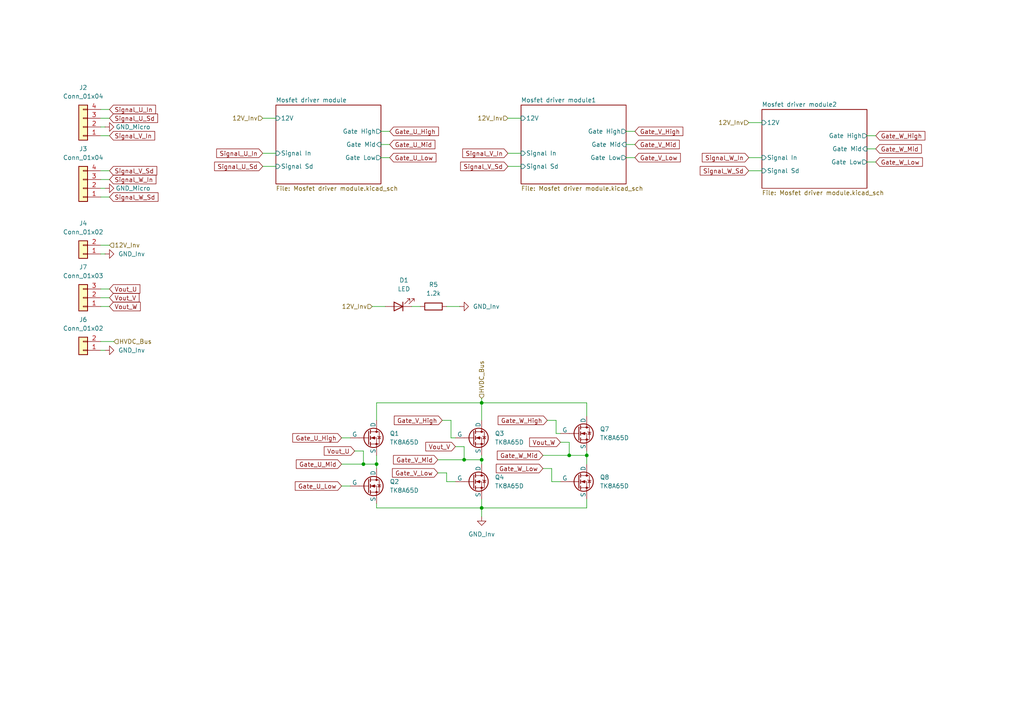
<source format=kicad_sch>
(kicad_sch
	(version 20250114)
	(generator "eeschema")
	(generator_version "9.0")
	(uuid "0960a4e7-8ba0-4bad-be70-2c428c6c41b2")
	(paper "A4")
	(lib_symbols
		(symbol "Connector_Generic:Conn_01x02"
			(pin_names
				(offset 1.016)
				(hide yes)
			)
			(exclude_from_sim no)
			(in_bom yes)
			(on_board yes)
			(property "Reference" "J"
				(at 0 2.54 0)
				(effects
					(font
						(size 1.27 1.27)
					)
				)
			)
			(property "Value" "Conn_01x02"
				(at 0 -5.08 0)
				(effects
					(font
						(size 1.27 1.27)
					)
				)
			)
			(property "Footprint" ""
				(at 0 0 0)
				(effects
					(font
						(size 1.27 1.27)
					)
					(hide yes)
				)
			)
			(property "Datasheet" "~"
				(at 0 0 0)
				(effects
					(font
						(size 1.27 1.27)
					)
					(hide yes)
				)
			)
			(property "Description" "Generic connector, single row, 01x02, script generated (kicad-library-utils/schlib/autogen/connector/)"
				(at 0 0 0)
				(effects
					(font
						(size 1.27 1.27)
					)
					(hide yes)
				)
			)
			(property "ki_keywords" "connector"
				(at 0 0 0)
				(effects
					(font
						(size 1.27 1.27)
					)
					(hide yes)
				)
			)
			(property "ki_fp_filters" "Connector*:*_1x??_*"
				(at 0 0 0)
				(effects
					(font
						(size 1.27 1.27)
					)
					(hide yes)
				)
			)
			(symbol "Conn_01x02_1_1"
				(rectangle
					(start -1.27 1.27)
					(end 1.27 -3.81)
					(stroke
						(width 0.254)
						(type default)
					)
					(fill
						(type background)
					)
				)
				(rectangle
					(start -1.27 0.127)
					(end 0 -0.127)
					(stroke
						(width 0.1524)
						(type default)
					)
					(fill
						(type none)
					)
				)
				(rectangle
					(start -1.27 -2.413)
					(end 0 -2.667)
					(stroke
						(width 0.1524)
						(type default)
					)
					(fill
						(type none)
					)
				)
				(pin passive line
					(at -5.08 0 0)
					(length 3.81)
					(name "Pin_1"
						(effects
							(font
								(size 1.27 1.27)
							)
						)
					)
					(number "1"
						(effects
							(font
								(size 1.27 1.27)
							)
						)
					)
				)
				(pin passive line
					(at -5.08 -2.54 0)
					(length 3.81)
					(name "Pin_2"
						(effects
							(font
								(size 1.27 1.27)
							)
						)
					)
					(number "2"
						(effects
							(font
								(size 1.27 1.27)
							)
						)
					)
				)
			)
			(embedded_fonts no)
		)
		(symbol "Connector_Generic:Conn_01x03"
			(pin_names
				(offset 1.016)
				(hide yes)
			)
			(exclude_from_sim no)
			(in_bom yes)
			(on_board yes)
			(property "Reference" "J"
				(at 0 5.08 0)
				(effects
					(font
						(size 1.27 1.27)
					)
				)
			)
			(property "Value" "Conn_01x03"
				(at 0 -5.08 0)
				(effects
					(font
						(size 1.27 1.27)
					)
				)
			)
			(property "Footprint" ""
				(at 0 0 0)
				(effects
					(font
						(size 1.27 1.27)
					)
					(hide yes)
				)
			)
			(property "Datasheet" "~"
				(at 0 0 0)
				(effects
					(font
						(size 1.27 1.27)
					)
					(hide yes)
				)
			)
			(property "Description" "Generic connector, single row, 01x03, script generated (kicad-library-utils/schlib/autogen/connector/)"
				(at 0 0 0)
				(effects
					(font
						(size 1.27 1.27)
					)
					(hide yes)
				)
			)
			(property "ki_keywords" "connector"
				(at 0 0 0)
				(effects
					(font
						(size 1.27 1.27)
					)
					(hide yes)
				)
			)
			(property "ki_fp_filters" "Connector*:*_1x??_*"
				(at 0 0 0)
				(effects
					(font
						(size 1.27 1.27)
					)
					(hide yes)
				)
			)
			(symbol "Conn_01x03_1_1"
				(rectangle
					(start -1.27 3.81)
					(end 1.27 -3.81)
					(stroke
						(width 0.254)
						(type default)
					)
					(fill
						(type background)
					)
				)
				(rectangle
					(start -1.27 2.667)
					(end 0 2.413)
					(stroke
						(width 0.1524)
						(type default)
					)
					(fill
						(type none)
					)
				)
				(rectangle
					(start -1.27 0.127)
					(end 0 -0.127)
					(stroke
						(width 0.1524)
						(type default)
					)
					(fill
						(type none)
					)
				)
				(rectangle
					(start -1.27 -2.413)
					(end 0 -2.667)
					(stroke
						(width 0.1524)
						(type default)
					)
					(fill
						(type none)
					)
				)
				(pin passive line
					(at -5.08 2.54 0)
					(length 3.81)
					(name "Pin_1"
						(effects
							(font
								(size 1.27 1.27)
							)
						)
					)
					(number "1"
						(effects
							(font
								(size 1.27 1.27)
							)
						)
					)
				)
				(pin passive line
					(at -5.08 0 0)
					(length 3.81)
					(name "Pin_2"
						(effects
							(font
								(size 1.27 1.27)
							)
						)
					)
					(number "2"
						(effects
							(font
								(size 1.27 1.27)
							)
						)
					)
				)
				(pin passive line
					(at -5.08 -2.54 0)
					(length 3.81)
					(name "Pin_3"
						(effects
							(font
								(size 1.27 1.27)
							)
						)
					)
					(number "3"
						(effects
							(font
								(size 1.27 1.27)
							)
						)
					)
				)
			)
			(embedded_fonts no)
		)
		(symbol "Connector_Generic:Conn_01x04"
			(pin_names
				(offset 1.016)
				(hide yes)
			)
			(exclude_from_sim no)
			(in_bom yes)
			(on_board yes)
			(property "Reference" "J"
				(at 0 5.08 0)
				(effects
					(font
						(size 1.27 1.27)
					)
				)
			)
			(property "Value" "Conn_01x04"
				(at 0 -7.62 0)
				(effects
					(font
						(size 1.27 1.27)
					)
				)
			)
			(property "Footprint" ""
				(at 0 0 0)
				(effects
					(font
						(size 1.27 1.27)
					)
					(hide yes)
				)
			)
			(property "Datasheet" "~"
				(at 0 0 0)
				(effects
					(font
						(size 1.27 1.27)
					)
					(hide yes)
				)
			)
			(property "Description" "Generic connector, single row, 01x04, script generated (kicad-library-utils/schlib/autogen/connector/)"
				(at 0 0 0)
				(effects
					(font
						(size 1.27 1.27)
					)
					(hide yes)
				)
			)
			(property "ki_keywords" "connector"
				(at 0 0 0)
				(effects
					(font
						(size 1.27 1.27)
					)
					(hide yes)
				)
			)
			(property "ki_fp_filters" "Connector*:*_1x??_*"
				(at 0 0 0)
				(effects
					(font
						(size 1.27 1.27)
					)
					(hide yes)
				)
			)
			(symbol "Conn_01x04_1_1"
				(rectangle
					(start -1.27 3.81)
					(end 1.27 -6.35)
					(stroke
						(width 0.254)
						(type default)
					)
					(fill
						(type background)
					)
				)
				(rectangle
					(start -1.27 2.667)
					(end 0 2.413)
					(stroke
						(width 0.1524)
						(type default)
					)
					(fill
						(type none)
					)
				)
				(rectangle
					(start -1.27 0.127)
					(end 0 -0.127)
					(stroke
						(width 0.1524)
						(type default)
					)
					(fill
						(type none)
					)
				)
				(rectangle
					(start -1.27 -2.413)
					(end 0 -2.667)
					(stroke
						(width 0.1524)
						(type default)
					)
					(fill
						(type none)
					)
				)
				(rectangle
					(start -1.27 -4.953)
					(end 0 -5.207)
					(stroke
						(width 0.1524)
						(type default)
					)
					(fill
						(type none)
					)
				)
				(pin passive line
					(at -5.08 2.54 0)
					(length 3.81)
					(name "Pin_1"
						(effects
							(font
								(size 1.27 1.27)
							)
						)
					)
					(number "1"
						(effects
							(font
								(size 1.27 1.27)
							)
						)
					)
				)
				(pin passive line
					(at -5.08 0 0)
					(length 3.81)
					(name "Pin_2"
						(effects
							(font
								(size 1.27 1.27)
							)
						)
					)
					(number "2"
						(effects
							(font
								(size 1.27 1.27)
							)
						)
					)
				)
				(pin passive line
					(at -5.08 -2.54 0)
					(length 3.81)
					(name "Pin_3"
						(effects
							(font
								(size 1.27 1.27)
							)
						)
					)
					(number "3"
						(effects
							(font
								(size 1.27 1.27)
							)
						)
					)
				)
				(pin passive line
					(at -5.08 -5.08 0)
					(length 3.81)
					(name "Pin_4"
						(effects
							(font
								(size 1.27 1.27)
							)
						)
					)
					(number "4"
						(effects
							(font
								(size 1.27 1.27)
							)
						)
					)
				)
			)
			(embedded_fonts no)
		)
		(symbol "Device:LED"
			(pin_numbers
				(hide yes)
			)
			(pin_names
				(offset 1.016)
				(hide yes)
			)
			(exclude_from_sim no)
			(in_bom yes)
			(on_board yes)
			(property "Reference" "D"
				(at 0 2.54 0)
				(effects
					(font
						(size 1.27 1.27)
					)
				)
			)
			(property "Value" "LED"
				(at 0 -2.54 0)
				(effects
					(font
						(size 1.27 1.27)
					)
				)
			)
			(property "Footprint" ""
				(at 0 0 0)
				(effects
					(font
						(size 1.27 1.27)
					)
					(hide yes)
				)
			)
			(property "Datasheet" "~"
				(at 0 0 0)
				(effects
					(font
						(size 1.27 1.27)
					)
					(hide yes)
				)
			)
			(property "Description" "Light emitting diode"
				(at 0 0 0)
				(effects
					(font
						(size 1.27 1.27)
					)
					(hide yes)
				)
			)
			(property "Sim.Pins" "1=K 2=A"
				(at 0 0 0)
				(effects
					(font
						(size 1.27 1.27)
					)
					(hide yes)
				)
			)
			(property "ki_keywords" "LED diode"
				(at 0 0 0)
				(effects
					(font
						(size 1.27 1.27)
					)
					(hide yes)
				)
			)
			(property "ki_fp_filters" "LED* LED_SMD:* LED_THT:*"
				(at 0 0 0)
				(effects
					(font
						(size 1.27 1.27)
					)
					(hide yes)
				)
			)
			(symbol "LED_0_1"
				(polyline
					(pts
						(xy -3.048 -0.762) (xy -4.572 -2.286) (xy -3.81 -2.286) (xy -4.572 -2.286) (xy -4.572 -1.524)
					)
					(stroke
						(width 0)
						(type default)
					)
					(fill
						(type none)
					)
				)
				(polyline
					(pts
						(xy -1.778 -0.762) (xy -3.302 -2.286) (xy -2.54 -2.286) (xy -3.302 -2.286) (xy -3.302 -1.524)
					)
					(stroke
						(width 0)
						(type default)
					)
					(fill
						(type none)
					)
				)
				(polyline
					(pts
						(xy -1.27 0) (xy 1.27 0)
					)
					(stroke
						(width 0)
						(type default)
					)
					(fill
						(type none)
					)
				)
				(polyline
					(pts
						(xy -1.27 -1.27) (xy -1.27 1.27)
					)
					(stroke
						(width 0.254)
						(type default)
					)
					(fill
						(type none)
					)
				)
				(polyline
					(pts
						(xy 1.27 -1.27) (xy 1.27 1.27) (xy -1.27 0) (xy 1.27 -1.27)
					)
					(stroke
						(width 0.254)
						(type default)
					)
					(fill
						(type none)
					)
				)
			)
			(symbol "LED_1_1"
				(pin passive line
					(at -3.81 0 0)
					(length 2.54)
					(name "K"
						(effects
							(font
								(size 1.27 1.27)
							)
						)
					)
					(number "1"
						(effects
							(font
								(size 1.27 1.27)
							)
						)
					)
				)
				(pin passive line
					(at 3.81 0 180)
					(length 2.54)
					(name "A"
						(effects
							(font
								(size 1.27 1.27)
							)
						)
					)
					(number "2"
						(effects
							(font
								(size 1.27 1.27)
							)
						)
					)
				)
			)
			(embedded_fonts no)
		)
		(symbol "Device:R"
			(pin_numbers
				(hide yes)
			)
			(pin_names
				(offset 0)
			)
			(exclude_from_sim no)
			(in_bom yes)
			(on_board yes)
			(property "Reference" "R"
				(at 2.032 0 90)
				(effects
					(font
						(size 1.27 1.27)
					)
				)
			)
			(property "Value" "R"
				(at 0 0 90)
				(effects
					(font
						(size 1.27 1.27)
					)
				)
			)
			(property "Footprint" ""
				(at -1.778 0 90)
				(effects
					(font
						(size 1.27 1.27)
					)
					(hide yes)
				)
			)
			(property "Datasheet" "~"
				(at 0 0 0)
				(effects
					(font
						(size 1.27 1.27)
					)
					(hide yes)
				)
			)
			(property "Description" "Resistor"
				(at 0 0 0)
				(effects
					(font
						(size 1.27 1.27)
					)
					(hide yes)
				)
			)
			(property "ki_keywords" "R res resistor"
				(at 0 0 0)
				(effects
					(font
						(size 1.27 1.27)
					)
					(hide yes)
				)
			)
			(property "ki_fp_filters" "R_*"
				(at 0 0 0)
				(effects
					(font
						(size 1.27 1.27)
					)
					(hide yes)
				)
			)
			(symbol "R_0_1"
				(rectangle
					(start -1.016 -2.54)
					(end 1.016 2.54)
					(stroke
						(width 0.254)
						(type default)
					)
					(fill
						(type none)
					)
				)
			)
			(symbol "R_1_1"
				(pin passive line
					(at 0 3.81 270)
					(length 1.27)
					(name "~"
						(effects
							(font
								(size 1.27 1.27)
							)
						)
					)
					(number "1"
						(effects
							(font
								(size 1.27 1.27)
							)
						)
					)
				)
				(pin passive line
					(at 0 -3.81 90)
					(length 1.27)
					(name "~"
						(effects
							(font
								(size 1.27 1.27)
							)
						)
					)
					(number "2"
						(effects
							(font
								(size 1.27 1.27)
							)
						)
					)
				)
			)
			(embedded_fonts no)
		)
		(symbol "NMOS_1"
			(pin_numbers
				(hide yes)
			)
			(pin_names
				(offset 0)
			)
			(exclude_from_sim no)
			(in_bom yes)
			(on_board yes)
			(property "Reference" "Q1"
				(at 6.35 1.2701 0)
				(effects
					(font
						(size 1.27 1.27)
					)
					(justify left)
				)
			)
			(property "Value" "TK8A65D"
				(at 6.35 -1.2699 0)
				(effects
					(font
						(size 1.27 1.27)
					)
					(justify left)
				)
			)
			(property "Footprint" "Package_TO_SOT_THT:TO-220-3_Horizontal_TabUp"
				(at 5.08 2.54 0)
				(effects
					(font
						(size 1.27 1.27)
					)
					(hide yes)
				)
			)
			(property "Datasheet" ""
				(at 0 -12.7 0)
				(effects
					(font
						(size 1.27 1.27)
					)
					(hide yes)
				)
			)
			(property "Description" "650Vds - 0.7 Ohm - Id 8A"
				(at 0 0 0)
				(effects
					(font
						(size 1.27 1.27)
					)
					(hide yes)
				)
			)
			(property "Sim.Device" "NMOS"
				(at 0 -17.145 0)
				(effects
					(font
						(size 1.27 1.27)
					)
					(hide yes)
				)
			)
			(property "Sim.Type" "VDMOS"
				(at 0 -19.05 0)
				(effects
					(font
						(size 1.27 1.27)
					)
					(hide yes)
				)
			)
			(property "Sim.Pins" "1=D 2=G 3=S"
				(at 0 -15.24 0)
				(effects
					(font
						(size 1.27 1.27)
					)
					(hide yes)
				)
			)
			(property "ki_keywords" "transistor NMOS N-MOS N-MOSFET simulation"
				(at 0 0 0)
				(effects
					(font
						(size 1.27 1.27)
					)
					(hide yes)
				)
			)
			(symbol "NMOS_1_0_1"
				(polyline
					(pts
						(xy 0.254 1.905) (xy 0.254 -1.905)
					)
					(stroke
						(width 0.254)
						(type default)
					)
					(fill
						(type none)
					)
				)
				(polyline
					(pts
						(xy 0.254 0) (xy -2.54 0)
					)
					(stroke
						(width 0)
						(type default)
					)
					(fill
						(type none)
					)
				)
				(polyline
					(pts
						(xy 0.762 2.286) (xy 0.762 1.27)
					)
					(stroke
						(width 0.254)
						(type default)
					)
					(fill
						(type none)
					)
				)
				(polyline
					(pts
						(xy 0.762 0.508) (xy 0.762 -0.508)
					)
					(stroke
						(width 0.254)
						(type default)
					)
					(fill
						(type none)
					)
				)
				(polyline
					(pts
						(xy 0.762 -1.27) (xy 0.762 -2.286)
					)
					(stroke
						(width 0.254)
						(type default)
					)
					(fill
						(type none)
					)
				)
				(polyline
					(pts
						(xy 0.762 -1.778) (xy 3.302 -1.778) (xy 3.302 1.778) (xy 0.762 1.778)
					)
					(stroke
						(width 0)
						(type default)
					)
					(fill
						(type none)
					)
				)
				(polyline
					(pts
						(xy 1.016 0) (xy 2.032 0.381) (xy 2.032 -0.381) (xy 1.016 0)
					)
					(stroke
						(width 0)
						(type default)
					)
					(fill
						(type outline)
					)
				)
				(circle
					(center 1.651 0)
					(radius 2.794)
					(stroke
						(width 0.254)
						(type default)
					)
					(fill
						(type none)
					)
				)
				(polyline
					(pts
						(xy 2.54 2.54) (xy 2.54 1.778)
					)
					(stroke
						(width 0)
						(type default)
					)
					(fill
						(type none)
					)
				)
				(circle
					(center 2.54 1.778)
					(radius 0.254)
					(stroke
						(width 0)
						(type default)
					)
					(fill
						(type outline)
					)
				)
				(circle
					(center 2.54 -1.778)
					(radius 0.254)
					(stroke
						(width 0)
						(type default)
					)
					(fill
						(type outline)
					)
				)
				(polyline
					(pts
						(xy 2.54 -2.54) (xy 2.54 0) (xy 0.762 0)
					)
					(stroke
						(width 0)
						(type default)
					)
					(fill
						(type none)
					)
				)
				(polyline
					(pts
						(xy 2.794 0.508) (xy 2.921 0.381) (xy 3.683 0.381) (xy 3.81 0.254)
					)
					(stroke
						(width 0)
						(type default)
					)
					(fill
						(type none)
					)
				)
				(polyline
					(pts
						(xy 3.302 0.381) (xy 2.921 -0.254) (xy 3.683 -0.254) (xy 3.302 0.381)
					)
					(stroke
						(width 0)
						(type default)
					)
					(fill
						(type none)
					)
				)
			)
			(symbol "NMOS_1_1_1"
				(pin input line
					(at -5.08 0 0)
					(length 2.54)
					(name "G"
						(effects
							(font
								(size 1.27 1.27)
							)
						)
					)
					(number "1"
						(effects
							(font
								(size 1.27 1.27)
							)
						)
					)
				)
				(pin passive line
					(at 2.54 5.08 270)
					(length 2.54)
					(name "D"
						(effects
							(font
								(size 1.27 1.27)
							)
						)
					)
					(number "2"
						(effects
							(font
								(size 1.27 1.27)
							)
						)
					)
				)
				(pin passive line
					(at 2.54 -5.08 90)
					(length 2.54)
					(name "S"
						(effects
							(font
								(size 1.27 1.27)
							)
						)
					)
					(number "3"
						(effects
							(font
								(size 1.27 1.27)
							)
						)
					)
				)
			)
			(embedded_fonts no)
		)
		(symbol "power:GND"
			(power)
			(pin_numbers
				(hide yes)
			)
			(pin_names
				(offset 0)
				(hide yes)
			)
			(exclude_from_sim no)
			(in_bom yes)
			(on_board yes)
			(property "Reference" "#PWR"
				(at 0 -6.35 0)
				(effects
					(font
						(size 1.27 1.27)
					)
					(hide yes)
				)
			)
			(property "Value" "GND"
				(at 0 -3.81 0)
				(effects
					(font
						(size 1.27 1.27)
					)
				)
			)
			(property "Footprint" ""
				(at 0 0 0)
				(effects
					(font
						(size 1.27 1.27)
					)
					(hide yes)
				)
			)
			(property "Datasheet" ""
				(at 0 0 0)
				(effects
					(font
						(size 1.27 1.27)
					)
					(hide yes)
				)
			)
			(property "Description" "Power symbol creates a global label with name \"GND\" , ground"
				(at 0 0 0)
				(effects
					(font
						(size 1.27 1.27)
					)
					(hide yes)
				)
			)
			(property "ki_keywords" "global power"
				(at 0 0 0)
				(effects
					(font
						(size 1.27 1.27)
					)
					(hide yes)
				)
			)
			(symbol "GND_0_1"
				(polyline
					(pts
						(xy 0 0) (xy 0 -1.27) (xy 1.27 -1.27) (xy 0 -2.54) (xy -1.27 -1.27) (xy 0 -1.27)
					)
					(stroke
						(width 0)
						(type default)
					)
					(fill
						(type none)
					)
				)
			)
			(symbol "GND_1_1"
				(pin power_in line
					(at 0 0 270)
					(length 0)
					(name "~"
						(effects
							(font
								(size 1.27 1.27)
							)
						)
					)
					(number "1"
						(effects
							(font
								(size 1.27 1.27)
							)
						)
					)
				)
			)
			(embedded_fonts no)
		)
	)
	(junction
		(at 134.62 133.35)
		(diameter 0)
		(color 0 0 0 0)
		(uuid "166e20b3-499a-4d78-bc36-0084d674bbba")
	)
	(junction
		(at 109.22 134.62)
		(diameter 0)
		(color 0 0 0 0)
		(uuid "206c6766-4702-4a4b-a88e-d10c88903ae1")
	)
	(junction
		(at 139.7 147.32)
		(diameter 0)
		(color 0 0 0 0)
		(uuid "4f6d0866-0200-4f10-9af3-72c2759dce2a")
	)
	(junction
		(at 170.18 132.08)
		(diameter 0)
		(color 0 0 0 0)
		(uuid "52584fe8-c269-4606-91af-7849421bdcec")
	)
	(junction
		(at 139.7 133.35)
		(diameter 0)
		(color 0 0 0 0)
		(uuid "c2816968-e38f-4313-9b1f-a8eaf2887a14")
	)
	(junction
		(at 139.7 116.84)
		(diameter 0)
		(color 0 0 0 0)
		(uuid "c2c9c24c-bd0f-4335-a28c-377f8919b2d2")
	)
	(junction
		(at 165.1 132.08)
		(diameter 0)
		(color 0 0 0 0)
		(uuid "db0c5b61-0ca8-4774-b61e-0053fff8b1fa")
	)
	(junction
		(at 105.41 134.62)
		(diameter 0)
		(color 0 0 0 0)
		(uuid "ec9dfe0d-d161-4f4d-b2c5-f2786d2f6d06")
	)
	(wire
		(pts
			(xy 76.2 34.29) (xy 80.01 34.29)
		)
		(stroke
			(width 0)
			(type default)
		)
		(uuid "0674f33b-acc2-4df5-9845-ac629bbb6223")
	)
	(wire
		(pts
			(xy 31.75 71.12) (xy 29.21 71.12)
		)
		(stroke
			(width 0)
			(type default)
		)
		(uuid "0778b59a-abfc-44b7-bf83-25dd78d7433f")
	)
	(wire
		(pts
			(xy 113.03 45.72) (xy 110.49 45.72)
		)
		(stroke
			(width 0)
			(type default)
		)
		(uuid "091fb16e-4f52-457b-8b96-795c57393c54")
	)
	(wire
		(pts
			(xy 31.75 83.82) (xy 29.21 83.82)
		)
		(stroke
			(width 0)
			(type default)
		)
		(uuid "10838f69-a0c8-491a-bbf6-387b298632f5")
	)
	(wire
		(pts
			(xy 113.03 41.91) (xy 110.49 41.91)
		)
		(stroke
			(width 0)
			(type default)
		)
		(uuid "17f7ceda-d162-4a84-96c4-be335b0c3b60")
	)
	(wire
		(pts
			(xy 29.21 36.83) (xy 30.48 36.83)
		)
		(stroke
			(width 0)
			(type default)
		)
		(uuid "1b3c5885-60d5-49d6-b8f8-5139185f2ab4")
	)
	(wire
		(pts
			(xy 170.18 130.81) (xy 170.18 132.08)
		)
		(stroke
			(width 0)
			(type default)
		)
		(uuid "1e459414-94c4-43e4-b953-ee9d452bb377")
	)
	(wire
		(pts
			(xy 184.15 41.91) (xy 181.61 41.91)
		)
		(stroke
			(width 0)
			(type default)
		)
		(uuid "21cc3eee-aaa6-47d9-9d61-5daea1986073")
	)
	(wire
		(pts
			(xy 160.02 139.7) (xy 162.56 139.7)
		)
		(stroke
			(width 0)
			(type default)
		)
		(uuid "221c9380-c4e9-4ad1-a962-564e0bdc46d8")
	)
	(wire
		(pts
			(xy 31.75 49.53) (xy 29.21 49.53)
		)
		(stroke
			(width 0)
			(type default)
		)
		(uuid "22c0e034-f3ed-4ccc-bfb9-e8ec845e0f74")
	)
	(wire
		(pts
			(xy 139.7 133.35) (xy 139.7 134.62)
		)
		(stroke
			(width 0)
			(type default)
		)
		(uuid "2660804e-3c39-47b1-948d-2a3b102fe9d6")
	)
	(wire
		(pts
			(xy 139.7 149.86) (xy 139.7 147.32)
		)
		(stroke
			(width 0)
			(type default)
		)
		(uuid "287000f7-d76e-4b38-8a21-de75dfd9b6d0")
	)
	(wire
		(pts
			(xy 165.1 128.27) (xy 165.1 132.08)
		)
		(stroke
			(width 0)
			(type default)
		)
		(uuid "29f60262-89ac-4de1-bda8-723bd28e3089")
	)
	(wire
		(pts
			(xy 105.41 134.62) (xy 109.22 134.62)
		)
		(stroke
			(width 0)
			(type default)
		)
		(uuid "2d9037c5-dce4-42dd-b465-d2c28b870c08")
	)
	(wire
		(pts
			(xy 170.18 116.84) (xy 170.18 120.65)
		)
		(stroke
			(width 0)
			(type default)
		)
		(uuid "311ffdb5-1de6-4809-a24f-56cb61163b8b")
	)
	(wire
		(pts
			(xy 158.75 121.92) (xy 161.29 121.92)
		)
		(stroke
			(width 0)
			(type default)
		)
		(uuid "349ec3cb-7400-4478-aad7-5f2c0d003db9")
	)
	(wire
		(pts
			(xy 109.22 132.08) (xy 109.22 134.62)
		)
		(stroke
			(width 0)
			(type default)
		)
		(uuid "3a2cf73a-72b7-4988-9c14-fd6941c5678a")
	)
	(wire
		(pts
			(xy 165.1 132.08) (xy 170.18 132.08)
		)
		(stroke
			(width 0)
			(type default)
		)
		(uuid "4ab2f4ed-97c9-426c-8f78-4abac711a3bd")
	)
	(wire
		(pts
			(xy 99.06 127) (xy 101.6 127)
		)
		(stroke
			(width 0)
			(type default)
		)
		(uuid "4ac817f2-ba28-492e-b370-4dfae7524199")
	)
	(wire
		(pts
			(xy 99.06 134.62) (xy 105.41 134.62)
		)
		(stroke
			(width 0)
			(type default)
		)
		(uuid "4bc88f69-d2b2-48bd-83d4-30511546fca7")
	)
	(wire
		(pts
			(xy 30.48 101.6) (xy 29.21 101.6)
		)
		(stroke
			(width 0)
			(type default)
		)
		(uuid "4d6f2d8a-79c7-4b8f-b89b-282e50e1f160")
	)
	(wire
		(pts
			(xy 31.75 88.9) (xy 29.21 88.9)
		)
		(stroke
			(width 0)
			(type default)
		)
		(uuid "4df5cba0-b7b1-40e0-b14f-7df987bb23ef")
	)
	(wire
		(pts
			(xy 109.22 147.32) (xy 109.22 146.05)
		)
		(stroke
			(width 0)
			(type default)
		)
		(uuid "4e564197-4de6-43c1-b4dd-3505a33501d0")
	)
	(wire
		(pts
			(xy 109.22 116.84) (xy 139.7 116.84)
		)
		(stroke
			(width 0)
			(type default)
		)
		(uuid "518a7b80-eaa0-48a5-bd38-a545b18a8509")
	)
	(wire
		(pts
			(xy 134.62 129.54) (xy 134.62 133.35)
		)
		(stroke
			(width 0)
			(type default)
		)
		(uuid "5d6cfa20-2671-42ac-9b29-6df314ee8edd")
	)
	(wire
		(pts
			(xy 31.75 52.07) (xy 29.21 52.07)
		)
		(stroke
			(width 0)
			(type default)
		)
		(uuid "65d67373-c88d-4aac-b33b-c1739c139085")
	)
	(wire
		(pts
			(xy 119.38 88.9) (xy 121.92 88.9)
		)
		(stroke
			(width 0)
			(type default)
		)
		(uuid "6bcaafc9-2c60-4fac-8e30-7d2469ae4ec8")
	)
	(wire
		(pts
			(xy 139.7 144.78) (xy 139.7 147.32)
		)
		(stroke
			(width 0)
			(type default)
		)
		(uuid "6d775c70-c73c-43a9-810e-ed943fd12f30")
	)
	(wire
		(pts
			(xy 29.21 86.36) (xy 31.75 86.36)
		)
		(stroke
			(width 0)
			(type default)
		)
		(uuid "6dea9ade-2d22-4d81-b3bd-e579204eabfa")
	)
	(wire
		(pts
			(xy 139.7 115.57) (xy 139.7 116.84)
		)
		(stroke
			(width 0)
			(type default)
		)
		(uuid "6f473289-883e-4976-95ef-12cf9b122f3b")
	)
	(wire
		(pts
			(xy 109.22 147.32) (xy 139.7 147.32)
		)
		(stroke
			(width 0)
			(type default)
		)
		(uuid "70f3da2c-67a7-474c-bea2-06625bb40308")
	)
	(wire
		(pts
			(xy 76.2 48.26) (xy 80.01 48.26)
		)
		(stroke
			(width 0)
			(type default)
		)
		(uuid "718cdd79-e738-4fe5-9f22-277e9ce72c33")
	)
	(wire
		(pts
			(xy 129.54 139.7) (xy 132.08 139.7)
		)
		(stroke
			(width 0)
			(type default)
		)
		(uuid "72c28959-2cfc-476c-a350-5accac06a01d")
	)
	(wire
		(pts
			(xy 157.48 132.08) (xy 165.1 132.08)
		)
		(stroke
			(width 0)
			(type default)
		)
		(uuid "78f524d7-895f-4837-b7e0-93d6e766d4fa")
	)
	(wire
		(pts
			(xy 130.81 121.92) (xy 128.27 121.92)
		)
		(stroke
			(width 0)
			(type default)
		)
		(uuid "792a020c-4f5b-4ce6-8d6c-51ecb5da2b39")
	)
	(wire
		(pts
			(xy 130.81 127) (xy 132.08 127)
		)
		(stroke
			(width 0)
			(type default)
		)
		(uuid "79c79c7f-aa25-4580-9558-2ab94d239a04")
	)
	(wire
		(pts
			(xy 76.2 44.45) (xy 80.01 44.45)
		)
		(stroke
			(width 0)
			(type default)
		)
		(uuid "79fb5955-41f6-4138-80f4-9e1c224020d2")
	)
	(wire
		(pts
			(xy 139.7 147.32) (xy 170.18 147.32)
		)
		(stroke
			(width 0)
			(type default)
		)
		(uuid "7ae65962-a841-43fa-b95d-ef10772c67a5")
	)
	(wire
		(pts
			(xy 113.03 38.1) (xy 110.49 38.1)
		)
		(stroke
			(width 0)
			(type default)
		)
		(uuid "7f1e8672-b873-469f-99d7-1b5db33910ac")
	)
	(wire
		(pts
			(xy 31.75 39.37) (xy 29.21 39.37)
		)
		(stroke
			(width 0)
			(type default)
		)
		(uuid "865bab9f-6185-4ae9-86cd-78d60c22be68")
	)
	(wire
		(pts
			(xy 147.32 44.45) (xy 151.13 44.45)
		)
		(stroke
			(width 0)
			(type default)
		)
		(uuid "86ca005e-b417-4889-bc5d-e877fbfe4453")
	)
	(wire
		(pts
			(xy 139.7 121.92) (xy 139.7 116.84)
		)
		(stroke
			(width 0)
			(type default)
		)
		(uuid "876cff71-e978-446e-91cf-ce66c26367c3")
	)
	(wire
		(pts
			(xy 127 133.35) (xy 134.62 133.35)
		)
		(stroke
			(width 0)
			(type default)
		)
		(uuid "87cc783e-5b7b-4167-a49f-6f10dbc924b8")
	)
	(wire
		(pts
			(xy 139.7 132.08) (xy 139.7 133.35)
		)
		(stroke
			(width 0)
			(type default)
		)
		(uuid "89149dc5-88c2-41fc-943e-c93f25ec85fb")
	)
	(wire
		(pts
			(xy 29.21 54.61) (xy 30.48 54.61)
		)
		(stroke
			(width 0)
			(type default)
		)
		(uuid "8a1d57c0-6c09-4224-b0b6-47a62556b917")
	)
	(wire
		(pts
			(xy 107.95 88.9) (xy 111.76 88.9)
		)
		(stroke
			(width 0)
			(type default)
		)
		(uuid "8acd5d46-6c67-40ec-bc43-c91ddd2b69c8")
	)
	(wire
		(pts
			(xy 217.17 35.56) (xy 220.98 35.56)
		)
		(stroke
			(width 0)
			(type default)
		)
		(uuid "8fb75ac4-1d5f-4272-9a15-5f7d2bb4ac42")
	)
	(wire
		(pts
			(xy 129.54 88.9) (xy 133.35 88.9)
		)
		(stroke
			(width 0)
			(type default)
		)
		(uuid "91cd5d64-f360-45c0-91e6-090f7c1c2cbd")
	)
	(wire
		(pts
			(xy 162.56 128.27) (xy 165.1 128.27)
		)
		(stroke
			(width 0)
			(type default)
		)
		(uuid "929bf64a-46b6-449f-9d4b-7d68af4ccb2f")
	)
	(wire
		(pts
			(xy 161.29 125.73) (xy 162.56 125.73)
		)
		(stroke
			(width 0)
			(type default)
		)
		(uuid "9586dcac-21a3-4f00-986b-9629919e9e7f")
	)
	(wire
		(pts
			(xy 102.87 130.81) (xy 105.41 130.81)
		)
		(stroke
			(width 0)
			(type default)
		)
		(uuid "962563ea-8c5a-4f93-996c-288c4f6b7610")
	)
	(wire
		(pts
			(xy 109.22 116.84) (xy 109.22 121.92)
		)
		(stroke
			(width 0)
			(type default)
		)
		(uuid "97b8484c-b8de-4d1b-b797-7a49803926aa")
	)
	(wire
		(pts
			(xy 105.41 130.81) (xy 105.41 134.62)
		)
		(stroke
			(width 0)
			(type default)
		)
		(uuid "a2cbd575-aedb-4756-bede-2c242b804690")
	)
	(wire
		(pts
			(xy 170.18 144.78) (xy 170.18 147.32)
		)
		(stroke
			(width 0)
			(type default)
		)
		(uuid "a3d263ea-72cf-44ab-aba2-615b0c461aa2")
	)
	(wire
		(pts
			(xy 254 46.99) (xy 251.46 46.99)
		)
		(stroke
			(width 0)
			(type default)
		)
		(uuid "a3ea3d20-a4d1-409c-8062-59375aebdc76")
	)
	(wire
		(pts
			(xy 254 43.18) (xy 251.46 43.18)
		)
		(stroke
			(width 0)
			(type default)
		)
		(uuid "a732662d-2781-4477-a3a6-89b2e180979d")
	)
	(wire
		(pts
			(xy 217.17 49.53) (xy 220.98 49.53)
		)
		(stroke
			(width 0)
			(type default)
		)
		(uuid "b3a1ac28-7604-403e-ac53-603df2c69c35")
	)
	(wire
		(pts
			(xy 29.21 99.06) (xy 33.02 99.06)
		)
		(stroke
			(width 0)
			(type default)
		)
		(uuid "c42f7257-7fdd-4ae9-ab8d-7c77ef233c23")
	)
	(wire
		(pts
			(xy 161.29 121.92) (xy 161.29 125.73)
		)
		(stroke
			(width 0)
			(type default)
		)
		(uuid "c5a42720-6b1b-472c-a4fa-ac2aa191e982")
	)
	(wire
		(pts
			(xy 184.15 45.72) (xy 181.61 45.72)
		)
		(stroke
			(width 0)
			(type default)
		)
		(uuid "c6878203-699f-464c-b66b-4ceaef1f631f")
	)
	(wire
		(pts
			(xy 130.81 121.92) (xy 130.81 127)
		)
		(stroke
			(width 0)
			(type default)
		)
		(uuid "c918dcc7-0054-4074-bbbd-85ea6acbc624")
	)
	(wire
		(pts
			(xy 157.48 135.89) (xy 160.02 135.89)
		)
		(stroke
			(width 0)
			(type default)
		)
		(uuid "cb4a183d-d5be-4219-b2d0-48eacc27d4c7")
	)
	(wire
		(pts
			(xy 31.75 34.29) (xy 29.21 34.29)
		)
		(stroke
			(width 0)
			(type default)
		)
		(uuid "cde071ca-50ef-4851-a796-9efec3df15ce")
	)
	(wire
		(pts
			(xy 134.62 133.35) (xy 139.7 133.35)
		)
		(stroke
			(width 0)
			(type default)
		)
		(uuid "d1c8df78-e3c4-4421-954a-c854dff8dcf5")
	)
	(wire
		(pts
			(xy 170.18 132.08) (xy 170.18 134.62)
		)
		(stroke
			(width 0)
			(type default)
		)
		(uuid "d3dd8c01-8feb-4054-81e7-3cca04f6b75a")
	)
	(wire
		(pts
			(xy 217.17 45.72) (xy 220.98 45.72)
		)
		(stroke
			(width 0)
			(type default)
		)
		(uuid "d7a1e81e-2614-4d7f-8950-fe10cb823bd1")
	)
	(wire
		(pts
			(xy 129.54 137.16) (xy 129.54 139.7)
		)
		(stroke
			(width 0)
			(type default)
		)
		(uuid "d8e4c05f-1a33-4cdc-ab43-51b6025fc2b6")
	)
	(wire
		(pts
			(xy 127 137.16) (xy 129.54 137.16)
		)
		(stroke
			(width 0)
			(type default)
		)
		(uuid "dd661d7f-af4c-4887-9df2-6809972ac9d5")
	)
	(wire
		(pts
			(xy 30.48 73.66) (xy 29.21 73.66)
		)
		(stroke
			(width 0)
			(type default)
		)
		(uuid "df83bb7b-61c1-4401-b736-56e63a7b15ef")
	)
	(wire
		(pts
			(xy 132.08 129.54) (xy 134.62 129.54)
		)
		(stroke
			(width 0)
			(type default)
		)
		(uuid "df9b083d-2ad8-4a6a-88ce-5075255c3b72")
	)
	(wire
		(pts
			(xy 254 39.37) (xy 251.46 39.37)
		)
		(stroke
			(width 0)
			(type default)
		)
		(uuid "e317ce69-f444-43c2-85a5-999bc179c17b")
	)
	(wire
		(pts
			(xy 160.02 135.89) (xy 160.02 139.7)
		)
		(stroke
			(width 0)
			(type default)
		)
		(uuid "e4b9e407-73c2-43e3-93e2-75a424e89601")
	)
	(wire
		(pts
			(xy 31.75 31.75) (xy 29.21 31.75)
		)
		(stroke
			(width 0)
			(type default)
		)
		(uuid "e6f67a00-3d03-4437-bd41-0d256bba24d1")
	)
	(wire
		(pts
			(xy 31.75 57.15) (xy 29.21 57.15)
		)
		(stroke
			(width 0)
			(type default)
		)
		(uuid "eee36092-8bb2-4a37-bbdd-834a73fe62aa")
	)
	(wire
		(pts
			(xy 147.32 34.29) (xy 151.13 34.29)
		)
		(stroke
			(width 0)
			(type default)
		)
		(uuid "f0dc68ad-6d79-4682-bf0e-5c682e30cd15")
	)
	(wire
		(pts
			(xy 99.06 140.97) (xy 101.6 140.97)
		)
		(stroke
			(width 0)
			(type default)
		)
		(uuid "f2c5efd9-03dc-47e0-b3a3-bcd2627f3187")
	)
	(wire
		(pts
			(xy 147.32 48.26) (xy 151.13 48.26)
		)
		(stroke
			(width 0)
			(type default)
		)
		(uuid "f7676ef7-e600-49c9-b33c-909f7f39412f")
	)
	(wire
		(pts
			(xy 184.15 38.1) (xy 181.61 38.1)
		)
		(stroke
			(width 0)
			(type default)
		)
		(uuid "fa33d12c-85c6-42ee-a05b-39b762b0a1e9")
	)
	(wire
		(pts
			(xy 109.22 134.62) (xy 109.22 135.89)
		)
		(stroke
			(width 0)
			(type default)
		)
		(uuid "fd697e85-e20d-4501-ba10-41d1dd62c285")
	)
	(wire
		(pts
			(xy 139.7 116.84) (xy 170.18 116.84)
		)
		(stroke
			(width 0)
			(type default)
		)
		(uuid "fee18259-2d3e-4ad5-b318-b83a33116182")
	)
	(global_label "Signal_U_Sd"
		(shape input)
		(at 31.75 34.29 0)
		(fields_autoplaced yes)
		(effects
			(font
				(size 1.27 1.27)
			)
			(justify left)
		)
		(uuid "0736653f-2b14-4428-b178-5aab5bc8adc7")
		(property "Intersheetrefs" "${INTERSHEET_REFS}"
			(at 46.2859 34.29 0)
			(effects
				(font
					(size 1.27 1.27)
				)
				(justify left)
				(hide yes)
			)
		)
	)
	(global_label "Signal_V_In"
		(shape input)
		(at 31.75 39.37 0)
		(fields_autoplaced yes)
		(effects
			(font
				(size 1.27 1.27)
			)
			(justify left)
		)
		(uuid "1311e90d-d00c-4bba-a238-49d662755eb2")
		(property "Intersheetrefs" "${INTERSHEET_REFS}"
			(at 45.4393 39.37 0)
			(effects
				(font
					(size 1.27 1.27)
				)
				(justify left)
				(hide yes)
			)
		)
	)
	(global_label "Gate_V_Mid"
		(shape input)
		(at 184.15 41.91 0)
		(fields_autoplaced yes)
		(effects
			(font
				(size 1.27 1.27)
			)
			(justify left)
		)
		(uuid "21004d5e-f9f8-4f58-9eb4-2491bda72b18")
		(property "Intersheetrefs" "${INTERSHEET_REFS}"
			(at 197.5975 41.91 0)
			(effects
				(font
					(size 1.27 1.27)
				)
				(justify left)
				(hide yes)
			)
		)
	)
	(global_label "Vout_U"
		(shape input)
		(at 31.75 83.82 0)
		(fields_autoplaced yes)
		(effects
			(font
				(size 1.27 1.27)
			)
			(justify left)
		)
		(uuid "23c37f17-746c-49c9-8692-3d2be16a34ec")
		(property "Intersheetrefs" "${INTERSHEET_REFS}"
			(at 41.1456 83.82 0)
			(effects
				(font
					(size 1.27 1.27)
				)
				(justify left)
				(hide yes)
			)
		)
	)
	(global_label "Gate_V_Low"
		(shape input)
		(at 184.15 45.72 0)
		(fields_autoplaced yes)
		(effects
			(font
				(size 1.27 1.27)
			)
			(justify left)
		)
		(uuid "2f14b173-de21-4872-a18e-eca4d601cee9")
		(property "Intersheetrefs" "${INTERSHEET_REFS}"
			(at 197.8999 45.72 0)
			(effects
				(font
					(size 1.27 1.27)
				)
				(justify left)
				(hide yes)
			)
		)
	)
	(global_label "Vout_W"
		(shape input)
		(at 31.75 88.9 0)
		(fields_autoplaced yes)
		(effects
			(font
				(size 1.27 1.27)
			)
			(justify left)
		)
		(uuid "3008c8ab-985e-4cea-8d39-8d519060fb80")
		(property "Intersheetrefs" "${INTERSHEET_REFS}"
			(at 41.2665 88.9 0)
			(effects
				(font
					(size 1.27 1.27)
				)
				(justify left)
				(hide yes)
			)
		)
	)
	(global_label "Vout_W"
		(shape input)
		(at 162.56 128.27 180)
		(fields_autoplaced yes)
		(effects
			(font
				(size 1.27 1.27)
			)
			(justify right)
		)
		(uuid "32b3224b-5785-4587-93ac-e9c1486cb4ab")
		(property "Intersheetrefs" "${INTERSHEET_REFS}"
			(at 153.0435 128.27 0)
			(effects
				(font
					(size 1.27 1.27)
				)
				(justify right)
				(hide yes)
			)
		)
	)
	(global_label "Signal_W_In"
		(shape input)
		(at 31.75 52.07 0)
		(fields_autoplaced yes)
		(effects
			(font
				(size 1.27 1.27)
			)
			(justify left)
		)
		(uuid "370869a6-43e2-49ca-b4e6-5f9f2ebfd07d")
		(property "Intersheetrefs" "${INTERSHEET_REFS}"
			(at 45.8021 52.07 0)
			(effects
				(font
					(size 1.27 1.27)
				)
				(justify left)
				(hide yes)
			)
		)
	)
	(global_label "Gate_W_High"
		(shape input)
		(at 158.75 121.92 180)
		(fields_autoplaced yes)
		(effects
			(font
				(size 1.27 1.27)
			)
			(justify right)
		)
		(uuid "3dff5549-0aae-4f50-8313-8586a0b14021")
		(property "Intersheetrefs" "${INTERSHEET_REFS}"
			(at 143.9116 121.92 0)
			(effects
				(font
					(size 1.27 1.27)
				)
				(justify right)
				(hide yes)
			)
		)
	)
	(global_label "Signal_V_Sd"
		(shape input)
		(at 31.75 49.53 0)
		(fields_autoplaced yes)
		(effects
			(font
				(size 1.27 1.27)
			)
			(justify left)
		)
		(uuid "4339437f-740c-4fa9-869f-73efadeb009d")
		(property "Intersheetrefs" "${INTERSHEET_REFS}"
			(at 46.044 49.53 0)
			(effects
				(font
					(size 1.27 1.27)
				)
				(justify left)
				(hide yes)
			)
		)
	)
	(global_label "Gate_W_Mid"
		(shape input)
		(at 254 43.18 0)
		(fields_autoplaced yes)
		(effects
			(font
				(size 1.27 1.27)
			)
			(justify left)
		)
		(uuid "4c6c3cb1-cb1c-4582-b497-8ea90a1e2fec")
		(property "Intersheetrefs" "${INTERSHEET_REFS}"
			(at 267.8103 43.18 0)
			(effects
				(font
					(size 1.27 1.27)
				)
				(justify left)
				(hide yes)
			)
		)
	)
	(global_label "Signal_W_In"
		(shape input)
		(at 217.17 45.72 180)
		(fields_autoplaced yes)
		(effects
			(font
				(size 1.27 1.27)
			)
			(justify right)
		)
		(uuid "517d0fde-5b95-4100-a4a8-80b21ff315c8")
		(property "Intersheetrefs" "${INTERSHEET_REFS}"
			(at 203.1179 45.72 0)
			(effects
				(font
					(size 1.27 1.27)
				)
				(justify right)
				(hide yes)
			)
		)
	)
	(global_label "Gate_W_High"
		(shape input)
		(at 254 39.37 0)
		(fields_autoplaced yes)
		(effects
			(font
				(size 1.27 1.27)
			)
			(justify left)
		)
		(uuid "53463764-723a-4d7a-b5ec-1297279bb18a")
		(property "Intersheetrefs" "${INTERSHEET_REFS}"
			(at 268.8384 39.37 0)
			(effects
				(font
					(size 1.27 1.27)
				)
				(justify left)
				(hide yes)
			)
		)
	)
	(global_label "Gate_V_High"
		(shape input)
		(at 128.27 121.92 180)
		(fields_autoplaced yes)
		(effects
			(font
				(size 1.27 1.27)
			)
			(justify right)
		)
		(uuid "58b7ac14-617c-46e8-aeb3-b6cb8ba9881a")
		(property "Intersheetrefs" "${INTERSHEET_REFS}"
			(at 113.7944 121.92 0)
			(effects
				(font
					(size 1.27 1.27)
				)
				(justify right)
				(hide yes)
			)
		)
	)
	(global_label "Vout_U"
		(shape input)
		(at 102.87 130.81 180)
		(fields_autoplaced yes)
		(effects
			(font
				(size 1.27 1.27)
			)
			(justify right)
		)
		(uuid "5928ad0b-e54d-4c17-83e5-4f8047b428d3")
		(property "Intersheetrefs" "${INTERSHEET_REFS}"
			(at 93.4744 130.81 0)
			(effects
				(font
					(size 1.27 1.27)
				)
				(justify right)
				(hide yes)
			)
		)
	)
	(global_label "Signal_W_Sd"
		(shape input)
		(at 217.17 49.53 180)
		(fields_autoplaced yes)
		(effects
			(font
				(size 1.27 1.27)
			)
			(justify right)
		)
		(uuid "707abcb2-699e-4f07-8160-0d5c16178e81")
		(property "Intersheetrefs" "${INTERSHEET_REFS}"
			(at 202.5132 49.53 0)
			(effects
				(font
					(size 1.27 1.27)
				)
				(justify right)
				(hide yes)
			)
		)
	)
	(global_label "Gate_U_Mid"
		(shape input)
		(at 113.03 41.91 0)
		(fields_autoplaced yes)
		(effects
			(font
				(size 1.27 1.27)
			)
			(justify left)
		)
		(uuid "722d2d7b-7eec-4712-8af2-7a665fd09a58")
		(property "Intersheetrefs" "${INTERSHEET_REFS}"
			(at 126.7194 41.91 0)
			(effects
				(font
					(size 1.27 1.27)
				)
				(justify left)
				(hide yes)
			)
		)
	)
	(global_label "Vout_V"
		(shape input)
		(at 132.08 129.54 180)
		(fields_autoplaced yes)
		(effects
			(font
				(size 1.27 1.27)
			)
			(justify right)
		)
		(uuid "770745bf-53a7-487d-a5d2-edabb731e276")
		(property "Intersheetrefs" "${INTERSHEET_REFS}"
			(at 122.9263 129.54 0)
			(effects
				(font
					(size 1.27 1.27)
				)
				(justify right)
				(hide yes)
			)
		)
	)
	(global_label "Vout_V"
		(shape input)
		(at 31.75 86.36 0)
		(fields_autoplaced yes)
		(effects
			(font
				(size 1.27 1.27)
			)
			(justify left)
		)
		(uuid "7e35f08c-8010-4257-9f0e-08086729748a")
		(property "Intersheetrefs" "${INTERSHEET_REFS}"
			(at 40.9037 86.36 0)
			(effects
				(font
					(size 1.27 1.27)
				)
				(justify left)
				(hide yes)
			)
		)
	)
	(global_label "Signal_U_In"
		(shape input)
		(at 76.2 44.45 180)
		(fields_autoplaced yes)
		(effects
			(font
				(size 1.27 1.27)
			)
			(justify right)
		)
		(uuid "82255483-4aaa-440a-9159-665421fea2cc")
		(property "Intersheetrefs" "${INTERSHEET_REFS}"
			(at 62.2688 44.45 0)
			(effects
				(font
					(size 1.27 1.27)
				)
				(justify right)
				(hide yes)
			)
		)
	)
	(global_label "Gate_U_Low"
		(shape input)
		(at 99.06 140.97 180)
		(fields_autoplaced yes)
		(effects
			(font
				(size 1.27 1.27)
			)
			(justify right)
		)
		(uuid "9566bec8-ff12-41d4-98a4-0f071f9a3e65")
		(property "Intersheetrefs" "${INTERSHEET_REFS}"
			(at 85.0682 140.97 0)
			(effects
				(font
					(size 1.27 1.27)
				)
				(justify right)
				(hide yes)
			)
		)
	)
	(global_label "Gate_U_High"
		(shape input)
		(at 113.03 38.1 0)
		(fields_autoplaced yes)
		(effects
			(font
				(size 1.27 1.27)
			)
			(justify left)
		)
		(uuid "97049492-8cc0-49b9-82be-936e6a3e163b")
		(property "Intersheetrefs" "${INTERSHEET_REFS}"
			(at 127.7475 38.1 0)
			(effects
				(font
					(size 1.27 1.27)
				)
				(justify left)
				(hide yes)
			)
		)
	)
	(global_label "Signal_W_Sd"
		(shape input)
		(at 31.75 57.15 0)
		(fields_autoplaced yes)
		(effects
			(font
				(size 1.27 1.27)
			)
			(justify left)
		)
		(uuid "9a4f9b70-76df-4f6b-8380-f908fc2ab95d")
		(property "Intersheetrefs" "${INTERSHEET_REFS}"
			(at 46.4068 57.15 0)
			(effects
				(font
					(size 1.27 1.27)
				)
				(justify left)
				(hide yes)
			)
		)
	)
	(global_label "Gate_U_High"
		(shape input)
		(at 99.06 127 180)
		(fields_autoplaced yes)
		(effects
			(font
				(size 1.27 1.27)
			)
			(justify right)
		)
		(uuid "9bf1f1d5-a88f-4c83-8aaa-216afb571784")
		(property "Intersheetrefs" "${INTERSHEET_REFS}"
			(at 84.3425 127 0)
			(effects
				(font
					(size 1.27 1.27)
				)
				(justify right)
				(hide yes)
			)
		)
	)
	(global_label "Gate_U_Mid"
		(shape input)
		(at 99.06 134.62 180)
		(fields_autoplaced yes)
		(effects
			(font
				(size 1.27 1.27)
			)
			(justify right)
		)
		(uuid "9e2f66c5-fb50-4ab2-bd2d-be2adc659216")
		(property "Intersheetrefs" "${INTERSHEET_REFS}"
			(at 85.3706 134.62 0)
			(effects
				(font
					(size 1.27 1.27)
				)
				(justify right)
				(hide yes)
			)
		)
	)
	(global_label "Signal_V_Sd"
		(shape input)
		(at 147.32 48.26 180)
		(fields_autoplaced yes)
		(effects
			(font
				(size 1.27 1.27)
			)
			(justify right)
		)
		(uuid "acfbc3c3-f1e6-4332-ab08-08a3b830e9a0")
		(property "Intersheetrefs" "${INTERSHEET_REFS}"
			(at 133.026 48.26 0)
			(effects
				(font
					(size 1.27 1.27)
				)
				(justify right)
				(hide yes)
			)
		)
	)
	(global_label "Signal_U_Sd"
		(shape input)
		(at 76.2 48.26 180)
		(fields_autoplaced yes)
		(effects
			(font
				(size 1.27 1.27)
			)
			(justify right)
		)
		(uuid "ba3042a0-73df-4377-8619-83cf0fbfaf5b")
		(property "Intersheetrefs" "${INTERSHEET_REFS}"
			(at 61.6641 48.26 0)
			(effects
				(font
					(size 1.27 1.27)
				)
				(justify right)
				(hide yes)
			)
		)
	)
	(global_label "Signal_V_In"
		(shape input)
		(at 147.32 44.45 180)
		(fields_autoplaced yes)
		(effects
			(font
				(size 1.27 1.27)
			)
			(justify right)
		)
		(uuid "c0668bee-7591-412d-bba9-20fa8471217a")
		(property "Intersheetrefs" "${INTERSHEET_REFS}"
			(at 133.6307 44.45 0)
			(effects
				(font
					(size 1.27 1.27)
				)
				(justify right)
				(hide yes)
			)
		)
	)
	(global_label "Gate_W_Low"
		(shape input)
		(at 254 46.99 0)
		(fields_autoplaced yes)
		(effects
			(font
				(size 1.27 1.27)
			)
			(justify left)
		)
		(uuid "d054d55a-1a66-4cf3-beaf-5e2b0a03823a")
		(property "Intersheetrefs" "${INTERSHEET_REFS}"
			(at 268.1127 46.99 0)
			(effects
				(font
					(size 1.27 1.27)
				)
				(justify left)
				(hide yes)
			)
		)
	)
	(global_label "Gate_V_Low"
		(shape input)
		(at 127 137.16 180)
		(fields_autoplaced yes)
		(effects
			(font
				(size 1.27 1.27)
			)
			(justify right)
		)
		(uuid "d4b294e7-7f57-43e6-a818-9f08ff655575")
		(property "Intersheetrefs" "${INTERSHEET_REFS}"
			(at 113.2501 137.16 0)
			(effects
				(font
					(size 1.27 1.27)
				)
				(justify right)
				(hide yes)
			)
		)
	)
	(global_label "Gate_V_Mid"
		(shape input)
		(at 127 133.35 180)
		(fields_autoplaced yes)
		(effects
			(font
				(size 1.27 1.27)
			)
			(justify right)
		)
		(uuid "deaa62a1-b01f-4360-bee6-affead5b5fd0")
		(property "Intersheetrefs" "${INTERSHEET_REFS}"
			(at 113.5525 133.35 0)
			(effects
				(font
					(size 1.27 1.27)
				)
				(justify right)
				(hide yes)
			)
		)
	)
	(global_label "Signal_U_In"
		(shape input)
		(at 31.75 31.75 0)
		(fields_autoplaced yes)
		(effects
			(font
				(size 1.27 1.27)
			)
			(justify left)
		)
		(uuid "eb4680b9-aecf-44e4-97fd-88b6aabce646")
		(property "Intersheetrefs" "${INTERSHEET_REFS}"
			(at 45.6812 31.75 0)
			(effects
				(font
					(size 1.27 1.27)
				)
				(justify left)
				(hide yes)
			)
		)
	)
	(global_label "Gate_U_Low"
		(shape input)
		(at 113.03 45.72 0)
		(fields_autoplaced yes)
		(effects
			(font
				(size 1.27 1.27)
			)
			(justify left)
		)
		(uuid "efcfcf87-f532-476e-b102-5953c2dbb730")
		(property "Intersheetrefs" "${INTERSHEET_REFS}"
			(at 127.0218 45.72 0)
			(effects
				(font
					(size 1.27 1.27)
				)
				(justify left)
				(hide yes)
			)
		)
	)
	(global_label "Gate_V_High"
		(shape input)
		(at 184.15 38.1 0)
		(fields_autoplaced yes)
		(effects
			(font
				(size 1.27 1.27)
			)
			(justify left)
		)
		(uuid "f2d54d36-bf66-484c-992e-ff5a1f1d85ba")
		(property "Intersheetrefs" "${INTERSHEET_REFS}"
			(at 198.6256 38.1 0)
			(effects
				(font
					(size 1.27 1.27)
				)
				(justify left)
				(hide yes)
			)
		)
	)
	(global_label "Gate_W_Mid"
		(shape input)
		(at 157.48 132.08 180)
		(fields_autoplaced yes)
		(effects
			(font
				(size 1.27 1.27)
			)
			(justify right)
		)
		(uuid "f9d09767-d397-434f-bb4d-90c400d91694")
		(property "Intersheetrefs" "${INTERSHEET_REFS}"
			(at 143.6697 132.08 0)
			(effects
				(font
					(size 1.27 1.27)
				)
				(justify right)
				(hide yes)
			)
		)
	)
	(global_label "Gate_W_Low"
		(shape input)
		(at 157.48 135.89 180)
		(fields_autoplaced yes)
		(effects
			(font
				(size 1.27 1.27)
			)
			(justify right)
		)
		(uuid "fe5bbf73-3cd3-4cc8-9944-d8c0756135e8")
		(property "Intersheetrefs" "${INTERSHEET_REFS}"
			(at 143.3673 135.89 0)
			(effects
				(font
					(size 1.27 1.27)
				)
				(justify right)
				(hide yes)
			)
		)
	)
	(hierarchical_label "12V_Inv"
		(shape input)
		(at 107.95 88.9 180)
		(effects
			(font
				(size 1.27 1.27)
			)
			(justify right)
		)
		(uuid "16382a9f-b84f-477e-addd-aac9b65e757f")
	)
	(hierarchical_label "12V_Inv"
		(shape input)
		(at 217.17 35.56 180)
		(effects
			(font
				(size 1.27 1.27)
			)
			(justify right)
		)
		(uuid "2b4a2832-1861-435e-ad34-662e0d658962")
	)
	(hierarchical_label "12V_Inv"
		(shape input)
		(at 147.32 34.29 180)
		(effects
			(font
				(size 1.27 1.27)
			)
			(justify right)
		)
		(uuid "3b8b692e-844b-449a-b82d-da2a4baa4e41")
	)
	(hierarchical_label "HVDC_Bus"
		(shape input)
		(at 33.02 99.06 0)
		(effects
			(font
				(size 1.27 1.27)
			)
			(justify left)
		)
		(uuid "4a42a354-aa84-4cfe-b55f-c41a31daf32e")
	)
	(hierarchical_label "12V_Inv"
		(shape input)
		(at 76.2 34.29 180)
		(effects
			(font
				(size 1.27 1.27)
			)
			(justify right)
		)
		(uuid "55c3a5af-d808-4985-87c6-d55ee8cc313a")
	)
	(hierarchical_label "12V_Inv"
		(shape input)
		(at 31.75 71.12 0)
		(effects
			(font
				(size 1.27 1.27)
			)
			(justify left)
		)
		(uuid "aa4518c4-c0b5-429f-8732-03b6e5f5141a")
	)
	(hierarchical_label "HVDC_Bus"
		(shape input)
		(at 139.7 115.57 90)
		(effects
			(font
				(size 1.27 1.27)
			)
			(justify left)
		)
		(uuid "c892deae-f9ae-4fca-ba7a-92d49b453d1d")
	)
	(symbol
		(lib_id "Connector_Generic:Conn_01x04")
		(at 24.13 36.83 180)
		(unit 1)
		(exclude_from_sim no)
		(in_bom yes)
		(on_board yes)
		(dnp no)
		(fields_autoplaced yes)
		(uuid "06eca952-eaea-485a-92cd-fe51756b6daf")
		(property "Reference" "J2"
			(at 24.13 25.4 0)
			(effects
				(font
					(size 1.27 1.27)
				)
			)
		)
		(property "Value" "Conn_01x04"
			(at 24.13 27.94 0)
			(effects
				(font
					(size 1.27 1.27)
				)
			)
		)
		(property "Footprint" "Connector_Molex:Molex_KK-254_AE-6410-04A_1x04_P2.54mm_Vertical"
			(at 24.13 36.83 0)
			(effects
				(font
					(size 1.27 1.27)
				)
				(hide yes)
			)
		)
		(property "Datasheet" "~"
			(at 24.13 36.83 0)
			(effects
				(font
					(size 1.27 1.27)
				)
				(hide yes)
			)
		)
		(property "Description" "Generic connector, single row, 01x04, script generated (kicad-library-utils/schlib/autogen/connector/)"
			(at 24.13 36.83 0)
			(effects
				(font
					(size 1.27 1.27)
				)
				(hide yes)
			)
		)
		(pin "2"
			(uuid "7a517980-0e92-487c-b0c2-01653e144a68")
		)
		(pin "3"
			(uuid "93c2d891-af0e-40ff-8ecc-beb7d01d31ba")
		)
		(pin "1"
			(uuid "b3b7c450-33d6-45c0-982e-112a12305ec7")
		)
		(pin "4"
			(uuid "541b87ae-da6c-40e4-a038-d2a37df47c09")
		)
		(instances
			(project ""
				(path "/e60c11d9-ab9e-4760-a4a7-008fcec65a72/628f2f61-6f1b-4d29-a612-5c194d35f65c"
					(reference "J2")
					(unit 1)
				)
			)
		)
	)
	(symbol
		(lib_id "Device:R")
		(at 125.73 88.9 90)
		(unit 1)
		(exclude_from_sim no)
		(in_bom yes)
		(on_board yes)
		(dnp no)
		(fields_autoplaced yes)
		(uuid "0f302da8-cd8c-4bb6-a29c-493b45345567")
		(property "Reference" "R5"
			(at 125.73 82.55 90)
			(effects
				(font
					(size 1.27 1.27)
				)
			)
		)
		(property "Value" "1.2k"
			(at 125.73 85.09 90)
			(effects
				(font
					(size 1.27 1.27)
				)
			)
		)
		(property "Footprint" "Resistor_SMD:R_0603_1608Metric_Pad0.98x0.95mm_HandSolder"
			(at 125.73 90.678 90)
			(effects
				(font
					(size 1.27 1.27)
				)
				(hide yes)
			)
		)
		(property "Datasheet" "~"
			(at 125.73 88.9 0)
			(effects
				(font
					(size 1.27 1.27)
				)
				(hide yes)
			)
		)
		(property "Description" "Resistor"
			(at 125.73 88.9 0)
			(effects
				(font
					(size 1.27 1.27)
				)
				(hide yes)
			)
		)
		(pin "1"
			(uuid "83d44cd0-131d-4c7e-b670-f2be39c9b8da")
		)
		(pin "2"
			(uuid "488d4972-b766-4cd2-b73b-7e1360366f45")
		)
		(instances
			(project "VFD_V1"
				(path "/e60c11d9-ab9e-4760-a4a7-008fcec65a72/628f2f61-6f1b-4d29-a612-5c194d35f65c"
					(reference "R5")
					(unit 1)
				)
			)
		)
	)
	(symbol
		(lib_id "power:GND")
		(at 30.48 101.6 90)
		(unit 1)
		(exclude_from_sim no)
		(in_bom yes)
		(on_board yes)
		(dnp no)
		(fields_autoplaced yes)
		(uuid "2c81e934-d2b5-46d9-b75c-966693e835f5")
		(property "Reference" "#PWR04"
			(at 36.83 101.6 0)
			(effects
				(font
					(size 1.27 1.27)
				)
				(hide yes)
			)
		)
		(property "Value" "GND_Inv"
			(at 34.29 101.5999 90)
			(effects
				(font
					(size 1.27 1.27)
				)
				(justify right)
			)
		)
		(property "Footprint" ""
			(at 30.48 101.6 0)
			(effects
				(font
					(size 1.27 1.27)
				)
				(hide yes)
			)
		)
		(property "Datasheet" ""
			(at 30.48 101.6 0)
			(effects
				(font
					(size 1.27 1.27)
				)
				(hide yes)
			)
		)
		(property "Description" "Power symbol creates a global label with name \"GND\" , ground"
			(at 30.48 101.6 0)
			(effects
				(font
					(size 1.27 1.27)
				)
				(hide yes)
			)
		)
		(pin "1"
			(uuid "2479abc4-3ab5-4764-baa0-d747ddefca5a")
		)
		(instances
			(project "VFD_V1"
				(path "/e60c11d9-ab9e-4760-a4a7-008fcec65a72/628f2f61-6f1b-4d29-a612-5c194d35f65c"
					(reference "#PWR04")
					(unit 1)
				)
			)
		)
	)
	(symbol
		(lib_id "power:GND")
		(at 30.48 73.66 90)
		(unit 1)
		(exclude_from_sim no)
		(in_bom yes)
		(on_board yes)
		(dnp no)
		(fields_autoplaced yes)
		(uuid "2e6d483f-b54d-43c6-9a47-69129acd3dd0")
		(property "Reference" "#PWR03"
			(at 36.83 73.66 0)
			(effects
				(font
					(size 1.27 1.27)
				)
				(hide yes)
			)
		)
		(property "Value" "GND_Inv"
			(at 34.29 73.6599 90)
			(effects
				(font
					(size 1.27 1.27)
				)
				(justify right)
			)
		)
		(property "Footprint" ""
			(at 30.48 73.66 0)
			(effects
				(font
					(size 1.27 1.27)
				)
				(hide yes)
			)
		)
		(property "Datasheet" ""
			(at 30.48 73.66 0)
			(effects
				(font
					(size 1.27 1.27)
				)
				(hide yes)
			)
		)
		(property "Description" "Power symbol creates a global label with name \"GND\" , ground"
			(at 30.48 73.66 0)
			(effects
				(font
					(size 1.27 1.27)
				)
				(hide yes)
			)
		)
		(pin "1"
			(uuid "43d4c7de-68aa-4414-9fc4-de212276e52d")
		)
		(instances
			(project "VFD_V1"
				(path "/e60c11d9-ab9e-4760-a4a7-008fcec65a72/628f2f61-6f1b-4d29-a612-5c194d35f65c"
					(reference "#PWR03")
					(unit 1)
				)
			)
		)
	)
	(symbol
		(lib_id "Connector_Generic:Conn_01x03")
		(at 24.13 86.36 180)
		(unit 1)
		(exclude_from_sim no)
		(in_bom yes)
		(on_board yes)
		(dnp no)
		(fields_autoplaced yes)
		(uuid "4806d973-9e2b-44ad-8103-b02109070840")
		(property "Reference" "J7"
			(at 24.13 77.47 0)
			(effects
				(font
					(size 1.27 1.27)
				)
			)
		)
		(property "Value" "Conn_01x03"
			(at 24.13 80.01 0)
			(effects
				(font
					(size 1.27 1.27)
				)
			)
		)
		(property "Footprint" "Connector_Phoenix_MC_HighVoltage:PhoenixContact_MCV_1,5_3-G-5.08_1x03_P5.08mm_Vertical"
			(at 24.13 86.36 0)
			(effects
				(font
					(size 1.27 1.27)
				)
				(hide yes)
			)
		)
		(property "Datasheet" "~"
			(at 24.13 86.36 0)
			(effects
				(font
					(size 1.27 1.27)
				)
				(hide yes)
			)
		)
		(property "Description" "Generic connector, single row, 01x03, script generated (kicad-library-utils/schlib/autogen/connector/)"
			(at 24.13 86.36 0)
			(effects
				(font
					(size 1.27 1.27)
				)
				(hide yes)
			)
		)
		(pin "3"
			(uuid "ca4d5c45-b0fb-413f-88ba-b41c72fda6d1")
		)
		(pin "1"
			(uuid "21190da4-fc7a-44fb-8d7a-fe1c7d076b80")
		)
		(pin "2"
			(uuid "2a170ced-f941-4f01-bea9-764826373306")
		)
		(instances
			(project ""
				(path "/e60c11d9-ab9e-4760-a4a7-008fcec65a72/628f2f61-6f1b-4d29-a612-5c194d35f65c"
					(reference "J7")
					(unit 1)
				)
			)
		)
	)
	(symbol
		(lib_name "NMOS_1")
		(lib_id "Simulation_SPICE:NMOS")
		(at 106.68 140.97 0)
		(unit 1)
		(exclude_from_sim no)
		(in_bom yes)
		(on_board yes)
		(dnp no)
		(fields_autoplaced yes)
		(uuid "4a9f7acc-65d9-4efe-b34c-d3d08f5de35b")
		(property "Reference" "Q2"
			(at 113.03 139.6999 0)
			(effects
				(font
					(size 1.27 1.27)
				)
				(justify left)
			)
		)
		(property "Value" "TK8A65D"
			(at 113.03 142.2399 0)
			(effects
				(font
					(size 1.27 1.27)
				)
				(justify left)
			)
		)
		(property "Footprint" "Package_TO_SOT_THT:TO-220-3_Horizontal_TabUp"
			(at 111.76 138.43 0)
			(effects
				(font
					(size 1.27 1.27)
				)
				(hide yes)
			)
		)
		(property "Datasheet" ""
			(at 106.68 153.67 0)
			(effects
				(font
					(size 1.27 1.27)
				)
				(hide yes)
			)
		)
		(property "Description" "650Vds - 0.7 Ohm - Id 8A"
			(at 106.68 140.97 0)
			(effects
				(font
					(size 1.27 1.27)
				)
				(hide yes)
			)
		)
		(property "Sim.Device" "NMOS"
			(at 106.68 158.115 0)
			(effects
				(font
					(size 1.27 1.27)
				)
				(hide yes)
			)
		)
		(property "Sim.Type" "VDMOS"
			(at 106.68 160.02 0)
			(effects
				(font
					(size 1.27 1.27)
				)
				(hide yes)
			)
		)
		(property "Sim.Pins" "1=D 2=G 3=S"
			(at 106.68 156.21 0)
			(effects
				(font
					(size 1.27 1.27)
				)
				(hide yes)
			)
		)
		(pin "2"
			(uuid "9b484204-17d8-4ebc-ac8d-9011ee6434b7")
		)
		(pin "1"
			(uuid "e1688f4b-72b9-4a8c-80ef-e6814640c6a8")
		)
		(pin "3"
			(uuid "a7acd821-40a2-4db9-9749-e3732932fe28")
		)
		(instances
			(project "VFD_V1"
				(path "/e60c11d9-ab9e-4760-a4a7-008fcec65a72/628f2f61-6f1b-4d29-a612-5c194d35f65c"
					(reference "Q2")
					(unit 1)
				)
			)
		)
	)
	(symbol
		(lib_id "power:GND")
		(at 133.35 88.9 90)
		(unit 1)
		(exclude_from_sim no)
		(in_bom yes)
		(on_board yes)
		(dnp no)
		(fields_autoplaced yes)
		(uuid "4bd34c57-4c5f-43b2-9d6a-f19461cce978")
		(property "Reference" "#PWR014"
			(at 139.7 88.9 0)
			(effects
				(font
					(size 1.27 1.27)
				)
				(hide yes)
			)
		)
		(property "Value" "GND_Inv"
			(at 137.16 88.8999 90)
			(effects
				(font
					(size 1.27 1.27)
				)
				(justify right)
			)
		)
		(property "Footprint" ""
			(at 133.35 88.9 0)
			(effects
				(font
					(size 1.27 1.27)
				)
				(hide yes)
			)
		)
		(property "Datasheet" ""
			(at 133.35 88.9 0)
			(effects
				(font
					(size 1.27 1.27)
				)
				(hide yes)
			)
		)
		(property "Description" "Power symbol creates a global label with name \"GND\" , ground"
			(at 133.35 88.9 0)
			(effects
				(font
					(size 1.27 1.27)
				)
				(hide yes)
			)
		)
		(pin "1"
			(uuid "4669decf-552f-4467-9f3b-655cf727f036")
		)
		(instances
			(project "VFD_V1"
				(path "/e60c11d9-ab9e-4760-a4a7-008fcec65a72/628f2f61-6f1b-4d29-a612-5c194d35f65c"
					(reference "#PWR014")
					(unit 1)
				)
			)
		)
	)
	(symbol
		(lib_id "power:GND")
		(at 139.7 149.86 0)
		(unit 1)
		(exclude_from_sim no)
		(in_bom yes)
		(on_board yes)
		(dnp no)
		(fields_autoplaced yes)
		(uuid "541f7589-a379-4ff3-b903-d5b41c09b89b")
		(property "Reference" "#PWR07"
			(at 139.7 156.21 0)
			(effects
				(font
					(size 1.27 1.27)
				)
				(hide yes)
			)
		)
		(property "Value" "GND_Inv"
			(at 139.7 154.94 0)
			(effects
				(font
					(size 1.27 1.27)
				)
			)
		)
		(property "Footprint" ""
			(at 139.7 149.86 0)
			(effects
				(font
					(size 1.27 1.27)
				)
				(hide yes)
			)
		)
		(property "Datasheet" ""
			(at 139.7 149.86 0)
			(effects
				(font
					(size 1.27 1.27)
				)
				(hide yes)
			)
		)
		(property "Description" "Power symbol creates a global label with name \"GND\" , ground"
			(at 139.7 149.86 0)
			(effects
				(font
					(size 1.27 1.27)
				)
				(hide yes)
			)
		)
		(pin "1"
			(uuid "d268161e-9820-4322-9a4c-d29d9069e0bb")
		)
		(instances
			(project "VFD_V1"
				(path "/e60c11d9-ab9e-4760-a4a7-008fcec65a72/628f2f61-6f1b-4d29-a612-5c194d35f65c"
					(reference "#PWR07")
					(unit 1)
				)
			)
		)
	)
	(symbol
		(lib_name "NMOS_1")
		(lib_id "Simulation_SPICE:NMOS")
		(at 167.64 125.73 0)
		(unit 1)
		(exclude_from_sim no)
		(in_bom yes)
		(on_board yes)
		(dnp no)
		(fields_autoplaced yes)
		(uuid "596748bf-a622-4cb4-b5b6-380cfdeb9212")
		(property "Reference" "Q7"
			(at 173.99 124.4599 0)
			(effects
				(font
					(size 1.27 1.27)
				)
				(justify left)
			)
		)
		(property "Value" "TK8A65D"
			(at 173.99 126.9999 0)
			(effects
				(font
					(size 1.27 1.27)
				)
				(justify left)
			)
		)
		(property "Footprint" "Package_TO_SOT_THT:TO-220-3_Horizontal_TabUp"
			(at 172.72 123.19 0)
			(effects
				(font
					(size 1.27 1.27)
				)
				(hide yes)
			)
		)
		(property "Datasheet" ""
			(at 167.64 138.43 0)
			(effects
				(font
					(size 1.27 1.27)
				)
				(hide yes)
			)
		)
		(property "Description" "650Vds - 0.7 Ohm - Id 8A"
			(at 167.64 125.73 0)
			(effects
				(font
					(size 1.27 1.27)
				)
				(hide yes)
			)
		)
		(property "Sim.Device" "NMOS"
			(at 167.64 142.875 0)
			(effects
				(font
					(size 1.27 1.27)
				)
				(hide yes)
			)
		)
		(property "Sim.Type" "VDMOS"
			(at 167.64 144.78 0)
			(effects
				(font
					(size 1.27 1.27)
				)
				(hide yes)
			)
		)
		(property "Sim.Pins" "1=D 2=G 3=S"
			(at 167.64 140.97 0)
			(effects
				(font
					(size 1.27 1.27)
				)
				(hide yes)
			)
		)
		(pin "2"
			(uuid "abf52062-a7de-4409-8d1b-0685e3c7d47f")
		)
		(pin "1"
			(uuid "59d422d8-f2de-4689-be26-b5dee1a56f0c")
		)
		(pin "3"
			(uuid "1305c4a9-b6df-4d8c-bf02-be4c75d9669a")
		)
		(instances
			(project "VFD_V1"
				(path "/e60c11d9-ab9e-4760-a4a7-008fcec65a72/628f2f61-6f1b-4d29-a612-5c194d35f65c"
					(reference "Q7")
					(unit 1)
				)
			)
		)
	)
	(symbol
		(lib_id "power:GND")
		(at 30.48 54.61 90)
		(unit 1)
		(exclude_from_sim no)
		(in_bom yes)
		(on_board yes)
		(dnp no)
		(uuid "9806e5b5-0504-40e8-9bfb-6553f788b99e")
		(property "Reference" "#PWR02"
			(at 36.83 54.61 0)
			(effects
				(font
					(size 1.27 1.27)
				)
				(hide yes)
			)
		)
		(property "Value" "GND_Micro"
			(at 33.528 54.61 90)
			(effects
				(font
					(size 1.27 1.27)
				)
				(justify right)
			)
		)
		(property "Footprint" ""
			(at 30.48 54.61 0)
			(effects
				(font
					(size 1.27 1.27)
				)
				(hide yes)
			)
		)
		(property "Datasheet" ""
			(at 30.48 54.61 0)
			(effects
				(font
					(size 1.27 1.27)
				)
				(hide yes)
			)
		)
		(property "Description" "Power symbol creates a global label with name \"GND\" , ground"
			(at 30.48 54.61 0)
			(effects
				(font
					(size 1.27 1.27)
				)
				(hide yes)
			)
		)
		(pin "1"
			(uuid "a5ac95d1-2c1e-485e-b7d9-4785b3224922")
		)
		(instances
			(project "VFD_V1"
				(path "/e60c11d9-ab9e-4760-a4a7-008fcec65a72/628f2f61-6f1b-4d29-a612-5c194d35f65c"
					(reference "#PWR02")
					(unit 1)
				)
			)
		)
	)
	(symbol
		(lib_name "NMOS_1")
		(lib_id "Simulation_SPICE:NMOS")
		(at 137.16 139.7 0)
		(unit 1)
		(exclude_from_sim no)
		(in_bom yes)
		(on_board yes)
		(dnp no)
		(fields_autoplaced yes)
		(uuid "9c597a18-533c-4cc7-ad03-837871a62773")
		(property "Reference" "Q4"
			(at 143.51 138.4299 0)
			(effects
				(font
					(size 1.27 1.27)
				)
				(justify left)
			)
		)
		(property "Value" "TK8A65D"
			(at 143.51 140.9699 0)
			(effects
				(font
					(size 1.27 1.27)
				)
				(justify left)
			)
		)
		(property "Footprint" "Package_TO_SOT_THT:TO-220-3_Horizontal_TabUp"
			(at 142.24 137.16 0)
			(effects
				(font
					(size 1.27 1.27)
				)
				(hide yes)
			)
		)
		(property "Datasheet" ""
			(at 137.16 152.4 0)
			(effects
				(font
					(size 1.27 1.27)
				)
				(hide yes)
			)
		)
		(property "Description" "650Vds - 0.7 Ohm - Id 8A"
			(at 137.16 139.7 0)
			(effects
				(font
					(size 1.27 1.27)
				)
				(hide yes)
			)
		)
		(property "Sim.Device" "NMOS"
			(at 137.16 156.845 0)
			(effects
				(font
					(size 1.27 1.27)
				)
				(hide yes)
			)
		)
		(property "Sim.Type" "VDMOS"
			(at 137.16 158.75 0)
			(effects
				(font
					(size 1.27 1.27)
				)
				(hide yes)
			)
		)
		(property "Sim.Pins" "1=D 2=G 3=S"
			(at 137.16 154.94 0)
			(effects
				(font
					(size 1.27 1.27)
				)
				(hide yes)
			)
		)
		(pin "2"
			(uuid "cefdc3d3-cdeb-4bfc-a36f-0c3d37aa3bf6")
		)
		(pin "1"
			(uuid "adffb699-f668-4fa4-85c3-7211346997cb")
		)
		(pin "3"
			(uuid "a9a4dc57-8ae1-4fba-a2ee-717f4d7412bd")
		)
		(instances
			(project "VFD_V1"
				(path "/e60c11d9-ab9e-4760-a4a7-008fcec65a72/628f2f61-6f1b-4d29-a612-5c194d35f65c"
					(reference "Q4")
					(unit 1)
				)
			)
		)
	)
	(symbol
		(lib_id "Device:LED")
		(at 115.57 88.9 180)
		(unit 1)
		(exclude_from_sim no)
		(in_bom yes)
		(on_board yes)
		(dnp no)
		(fields_autoplaced yes)
		(uuid "a03438ae-3588-45d8-9993-52e7274d2aaf")
		(property "Reference" "D1"
			(at 117.1575 81.28 0)
			(effects
				(font
					(size 1.27 1.27)
				)
			)
		)
		(property "Value" "LED"
			(at 117.1575 83.82 0)
			(effects
				(font
					(size 1.27 1.27)
				)
			)
		)
		(property "Footprint" "LED_SMD:LED_0603_1608Metric_Pad1.05x0.95mm_HandSolder"
			(at 115.57 88.9 0)
			(effects
				(font
					(size 1.27 1.27)
				)
				(hide yes)
			)
		)
		(property "Datasheet" "~"
			(at 115.57 88.9 0)
			(effects
				(font
					(size 1.27 1.27)
				)
				(hide yes)
			)
		)
		(property "Description" "Light emitting diode"
			(at 115.57 88.9 0)
			(effects
				(font
					(size 1.27 1.27)
				)
				(hide yes)
			)
		)
		(property "Sim.Pins" "1=K 2=A"
			(at 115.57 88.9 0)
			(effects
				(font
					(size 1.27 1.27)
				)
				(hide yes)
			)
		)
		(pin "1"
			(uuid "0bb2522b-d7c6-493d-9046-dffee41e3985")
		)
		(pin "2"
			(uuid "3b9d6415-9175-40f5-86b1-7e08ae2b7e13")
		)
		(instances
			(project ""
				(path "/e60c11d9-ab9e-4760-a4a7-008fcec65a72/628f2f61-6f1b-4d29-a612-5c194d35f65c"
					(reference "D1")
					(unit 1)
				)
			)
		)
	)
	(symbol
		(lib_name "NMOS_1")
		(lib_id "Simulation_SPICE:NMOS")
		(at 167.64 139.7 0)
		(unit 1)
		(exclude_from_sim no)
		(in_bom yes)
		(on_board yes)
		(dnp no)
		(fields_autoplaced yes)
		(uuid "ab9921b6-f998-49b7-8b3f-9752de9274c5")
		(property "Reference" "Q8"
			(at 173.99 138.4299 0)
			(effects
				(font
					(size 1.27 1.27)
				)
				(justify left)
			)
		)
		(property "Value" "TK8A65D"
			(at 173.99 140.9699 0)
			(effects
				(font
					(size 1.27 1.27)
				)
				(justify left)
			)
		)
		(property "Footprint" "Package_TO_SOT_THT:TO-220-3_Horizontal_TabUp"
			(at 172.72 137.16 0)
			(effects
				(font
					(size 1.27 1.27)
				)
				(hide yes)
			)
		)
		(property "Datasheet" ""
			(at 167.64 152.4 0)
			(effects
				(font
					(size 1.27 1.27)
				)
				(hide yes)
			)
		)
		(property "Description" "650Vds - 0.7 Ohm - Id 8A"
			(at 167.64 139.7 0)
			(effects
				(font
					(size 1.27 1.27)
				)
				(hide yes)
			)
		)
		(property "Sim.Device" "NMOS"
			(at 167.64 156.845 0)
			(effects
				(font
					(size 1.27 1.27)
				)
				(hide yes)
			)
		)
		(property "Sim.Type" "VDMOS"
			(at 167.64 158.75 0)
			(effects
				(font
					(size 1.27 1.27)
				)
				(hide yes)
			)
		)
		(property "Sim.Pins" "1=D 2=G 3=S"
			(at 167.64 154.94 0)
			(effects
				(font
					(size 1.27 1.27)
				)
				(hide yes)
			)
		)
		(pin "2"
			(uuid "656ce8d9-c503-43b8-8057-388079bd0997")
		)
		(pin "1"
			(uuid "17d944c0-4176-4f5b-bc2e-66a71f671df4")
		)
		(pin "3"
			(uuid "cb6200d7-78a7-41ea-8ddf-3f7661eba31f")
		)
		(instances
			(project "VFD_V1"
				(path "/e60c11d9-ab9e-4760-a4a7-008fcec65a72/628f2f61-6f1b-4d29-a612-5c194d35f65c"
					(reference "Q8")
					(unit 1)
				)
			)
		)
	)
	(symbol
		(lib_name "NMOS_1")
		(lib_id "Simulation_SPICE:NMOS")
		(at 106.68 127 0)
		(unit 1)
		(exclude_from_sim no)
		(in_bom yes)
		(on_board yes)
		(dnp no)
		(fields_autoplaced yes)
		(uuid "c348a5f5-3793-4cfa-b769-ae04788e9ed5")
		(property "Reference" "Q1"
			(at 113.03 125.7299 0)
			(effects
				(font
					(size 1.27 1.27)
				)
				(justify left)
			)
		)
		(property "Value" "TK8A65D"
			(at 113.03 128.2699 0)
			(effects
				(font
					(size 1.27 1.27)
				)
				(justify left)
			)
		)
		(property "Footprint" "Package_TO_SOT_THT:TO-220-3_Horizontal_TabUp"
			(at 111.76 124.46 0)
			(effects
				(font
					(size 1.27 1.27)
				)
				(hide yes)
			)
		)
		(property "Datasheet" ""
			(at 106.68 139.7 0)
			(effects
				(font
					(size 1.27 1.27)
				)
				(hide yes)
			)
		)
		(property "Description" "650Vds - 0.7 Ohm - Id 8A"
			(at 106.68 127 0)
			(effects
				(font
					(size 1.27 1.27)
				)
				(hide yes)
			)
		)
		(property "Sim.Device" "NMOS"
			(at 106.68 144.145 0)
			(effects
				(font
					(size 1.27 1.27)
				)
				(hide yes)
			)
		)
		(property "Sim.Type" "VDMOS"
			(at 106.68 146.05 0)
			(effects
				(font
					(size 1.27 1.27)
				)
				(hide yes)
			)
		)
		(property "Sim.Pins" "1=D 2=G 3=S"
			(at 106.68 142.24 0)
			(effects
				(font
					(size 1.27 1.27)
				)
				(hide yes)
			)
		)
		(pin "2"
			(uuid "b982e681-25af-44d5-8b4a-31dbb39e695d")
		)
		(pin "1"
			(uuid "a44b3226-9174-4f52-a582-e9249b633821")
		)
		(pin "3"
			(uuid "664f9fd5-1ca6-46eb-b8c8-a9a2fbaf33bc")
		)
		(instances
			(project ""
				(path "/e60c11d9-ab9e-4760-a4a7-008fcec65a72/628f2f61-6f1b-4d29-a612-5c194d35f65c"
					(reference "Q1")
					(unit 1)
				)
			)
		)
	)
	(symbol
		(lib_id "power:GND")
		(at 30.48 36.83 90)
		(unit 1)
		(exclude_from_sim no)
		(in_bom yes)
		(on_board yes)
		(dnp no)
		(uuid "d40a56cf-36c4-4b01-b10d-cbcdedcf9247")
		(property "Reference" "#PWR01"
			(at 36.83 36.83 0)
			(effects
				(font
					(size 1.27 1.27)
				)
				(hide yes)
			)
		)
		(property "Value" "GND_Micro"
			(at 33.528 36.83 90)
			(effects
				(font
					(size 1.27 1.27)
				)
				(justify right)
			)
		)
		(property "Footprint" ""
			(at 30.48 36.83 0)
			(effects
				(font
					(size 1.27 1.27)
				)
				(hide yes)
			)
		)
		(property "Datasheet" ""
			(at 30.48 36.83 0)
			(effects
				(font
					(size 1.27 1.27)
				)
				(hide yes)
			)
		)
		(property "Description" "Power symbol creates a global label with name \"GND\" , ground"
			(at 30.48 36.83 0)
			(effects
				(font
					(size 1.27 1.27)
				)
				(hide yes)
			)
		)
		(pin "1"
			(uuid "a76d5410-3bc1-469d-a14b-f49780940b10")
		)
		(instances
			(project "VFD_V1"
				(path "/e60c11d9-ab9e-4760-a4a7-008fcec65a72/628f2f61-6f1b-4d29-a612-5c194d35f65c"
					(reference "#PWR01")
					(unit 1)
				)
			)
		)
	)
	(symbol
		(lib_id "Connector_Generic:Conn_01x04")
		(at 24.13 54.61 180)
		(unit 1)
		(exclude_from_sim no)
		(in_bom yes)
		(on_board yes)
		(dnp no)
		(fields_autoplaced yes)
		(uuid "d6cad3b2-eb32-4220-9efc-50edc00f8479")
		(property "Reference" "J3"
			(at 24.13 43.18 0)
			(effects
				(font
					(size 1.27 1.27)
				)
			)
		)
		(property "Value" "Conn_01x04"
			(at 24.13 45.72 0)
			(effects
				(font
					(size 1.27 1.27)
				)
			)
		)
		(property "Footprint" "Connector_Molex:Molex_KK-254_AE-6410-04A_1x04_P2.54mm_Vertical"
			(at 24.13 54.61 0)
			(effects
				(font
					(size 1.27 1.27)
				)
				(hide yes)
			)
		)
		(property "Datasheet" "~"
			(at 24.13 54.61 0)
			(effects
				(font
					(size 1.27 1.27)
				)
				(hide yes)
			)
		)
		(property "Description" "Generic connector, single row, 01x04, script generated (kicad-library-utils/schlib/autogen/connector/)"
			(at 24.13 54.61 0)
			(effects
				(font
					(size 1.27 1.27)
				)
				(hide yes)
			)
		)
		(pin "2"
			(uuid "2a122ef4-acb6-4745-acca-aa663c3be5b7")
		)
		(pin "3"
			(uuid "22365f74-dd3f-4919-970b-810eafd331b6")
		)
		(pin "1"
			(uuid "3991064e-16ab-4a98-8ecc-6c6377bbf88e")
		)
		(pin "4"
			(uuid "f69c9e02-02ca-42a2-8280-58215ca1b0f6")
		)
		(instances
			(project "VFD_V1"
				(path "/e60c11d9-ab9e-4760-a4a7-008fcec65a72/628f2f61-6f1b-4d29-a612-5c194d35f65c"
					(reference "J3")
					(unit 1)
				)
			)
		)
	)
	(symbol
		(lib_id "Connector_Generic:Conn_01x02")
		(at 24.13 101.6 180)
		(unit 1)
		(exclude_from_sim no)
		(in_bom yes)
		(on_board yes)
		(dnp no)
		(fields_autoplaced yes)
		(uuid "e1986082-5de9-4f74-9e88-7f36d9044cfa")
		(property "Reference" "J6"
			(at 24.13 92.71 0)
			(effects
				(font
					(size 1.27 1.27)
				)
			)
		)
		(property "Value" "Conn_01x02"
			(at 24.13 95.25 0)
			(effects
				(font
					(size 1.27 1.27)
				)
			)
		)
		(property "Footprint" "Connector_Phoenix_MSTB:PhoenixContact_MSTBVA_2,5_2-G-5,08_1x02_P5.08mm_Vertical"
			(at 24.13 101.6 0)
			(effects
				(font
					(size 1.27 1.27)
				)
				(hide yes)
			)
		)
		(property "Datasheet" "~"
			(at 24.13 101.6 0)
			(effects
				(font
					(size 1.27 1.27)
				)
				(hide yes)
			)
		)
		(property "Description" "Generic connector, single row, 01x02, script generated (kicad-library-utils/schlib/autogen/connector/)"
			(at 24.13 101.6 0)
			(effects
				(font
					(size 1.27 1.27)
				)
				(hide yes)
			)
		)
		(pin "1"
			(uuid "a26c54e9-cf54-4ae6-a78f-0f1024a3bd6f")
		)
		(pin "2"
			(uuid "563d9d8c-e65a-453c-b4ad-5259c21b1931")
		)
		(instances
			(project ""
				(path "/e60c11d9-ab9e-4760-a4a7-008fcec65a72/628f2f61-6f1b-4d29-a612-5c194d35f65c"
					(reference "J6")
					(unit 1)
				)
			)
		)
	)
	(symbol
		(lib_id "Connector_Generic:Conn_01x02")
		(at 24.13 73.66 180)
		(unit 1)
		(exclude_from_sim no)
		(in_bom yes)
		(on_board yes)
		(dnp no)
		(fields_autoplaced yes)
		(uuid "e2f39930-c98d-4e5b-94a2-0ca086c6ce2e")
		(property "Reference" "J4"
			(at 24.13 64.77 0)
			(effects
				(font
					(size 1.27 1.27)
				)
			)
		)
		(property "Value" "Conn_01x02"
			(at 24.13 67.31 0)
			(effects
				(font
					(size 1.27 1.27)
				)
			)
		)
		(property "Footprint" "Connector_Molex:Molex_KK-254_AE-6410-02A_1x02_P2.54mm_Vertical"
			(at 24.13 73.66 0)
			(effects
				(font
					(size 1.27 1.27)
				)
				(hide yes)
			)
		)
		(property "Datasheet" "~"
			(at 24.13 73.66 0)
			(effects
				(font
					(size 1.27 1.27)
				)
				(hide yes)
			)
		)
		(property "Description" "Generic connector, single row, 01x02, script generated (kicad-library-utils/schlib/autogen/connector/)"
			(at 24.13 73.66 0)
			(effects
				(font
					(size 1.27 1.27)
				)
				(hide yes)
			)
		)
		(pin "1"
			(uuid "1873463a-8c39-4b8f-a720-ee15c1b8978d")
		)
		(pin "2"
			(uuid "60c19ed6-b6ac-4ad8-97cd-852883451ce1")
		)
		(instances
			(project ""
				(path "/e60c11d9-ab9e-4760-a4a7-008fcec65a72/628f2f61-6f1b-4d29-a612-5c194d35f65c"
					(reference "J4")
					(unit 1)
				)
			)
		)
	)
	(symbol
		(lib_name "NMOS_1")
		(lib_id "Simulation_SPICE:NMOS")
		(at 137.16 127 0)
		(unit 1)
		(exclude_from_sim no)
		(in_bom yes)
		(on_board yes)
		(dnp no)
		(fields_autoplaced yes)
		(uuid "ea4c04fc-6087-4ff0-b549-24bc1e31d248")
		(property "Reference" "Q3"
			(at 143.51 125.7299 0)
			(effects
				(font
					(size 1.27 1.27)
				)
				(justify left)
			)
		)
		(property "Value" "TK8A65D"
			(at 143.51 128.2699 0)
			(effects
				(font
					(size 1.27 1.27)
				)
				(justify left)
			)
		)
		(property "Footprint" "Package_TO_SOT_THT:TO-220-3_Horizontal_TabUp"
			(at 142.24 124.46 0)
			(effects
				(font
					(size 1.27 1.27)
				)
				(hide yes)
			)
		)
		(property "Datasheet" ""
			(at 137.16 139.7 0)
			(effects
				(font
					(size 1.27 1.27)
				)
				(hide yes)
			)
		)
		(property "Description" "650Vds - 0.7 Ohm - Id 8A"
			(at 137.16 127 0)
			(effects
				(font
					(size 1.27 1.27)
				)
				(hide yes)
			)
		)
		(property "Sim.Device" "NMOS"
			(at 137.16 144.145 0)
			(effects
				(font
					(size 1.27 1.27)
				)
				(hide yes)
			)
		)
		(property "Sim.Type" "VDMOS"
			(at 137.16 146.05 0)
			(effects
				(font
					(size 1.27 1.27)
				)
				(hide yes)
			)
		)
		(property "Sim.Pins" "1=D 2=G 3=S"
			(at 137.16 142.24 0)
			(effects
				(font
					(size 1.27 1.27)
				)
				(hide yes)
			)
		)
		(pin "2"
			(uuid "7ee798e3-8372-4b96-b038-c796f0b07ae3")
		)
		(pin "1"
			(uuid "d51b4de8-612f-4eab-a481-c32292b381a9")
		)
		(pin "3"
			(uuid "0c68adc5-0a68-4a2e-9f39-55894a5eda34")
		)
		(instances
			(project "VFD_V1"
				(path "/e60c11d9-ab9e-4760-a4a7-008fcec65a72/628f2f61-6f1b-4d29-a612-5c194d35f65c"
					(reference "Q3")
					(unit 1)
				)
			)
		)
	)
	(sheet
		(at 220.98 31.75)
		(size 30.48 22.86)
		(exclude_from_sim no)
		(in_bom yes)
		(on_board yes)
		(dnp no)
		(fields_autoplaced yes)
		(stroke
			(width 0.1524)
			(type solid)
		)
		(fill
			(color 0 0 0 0.0000)
		)
		(uuid "2f964016-85af-47f1-9867-2cb7a80770d3")
		(property "Sheetname" "Mosfet driver module2"
			(at 220.98 31.0384 0)
			(effects
				(font
					(size 1.27 1.27)
				)
				(justify left bottom)
			)
		)
		(property "Sheetfile" "Mosfet driver module.kicad_sch"
			(at 220.98 55.1946 0)
			(effects
				(font
					(size 1.27 1.27)
				)
				(justify left top)
			)
		)
		(pin "12V" input
			(at 220.98 35.56 180)
			(uuid "58868325-ad77-4e62-8da0-da66dd5cdf6c")
			(effects
				(font
					(size 1.27 1.27)
				)
				(justify left)
			)
		)
		(pin "Gate High" output
			(at 251.46 39.37 0)
			(uuid "a42dc48c-aa62-42fd-9413-adbdfba564f3")
			(effects
				(font
					(size 1.27 1.27)
				)
				(justify right)
			)
		)
		(pin "Gate Mid" input
			(at 251.46 43.18 0)
			(uuid "8c410799-0afa-4dc7-8bd5-2144b5c2abed")
			(effects
				(font
					(size 1.27 1.27)
				)
				(justify right)
			)
		)
		(pin "Gate Low" output
			(at 251.46 46.99 0)
			(uuid "370a44db-c729-407e-8fba-8f45cf110a8f")
			(effects
				(font
					(size 1.27 1.27)
				)
				(justify right)
			)
		)
		(pin "Signal Sd" input
			(at 220.98 49.53 180)
			(uuid "263e0db1-7f6f-4ac6-9523-46651be55c5f")
			(effects
				(font
					(size 1.27 1.27)
				)
				(justify left)
			)
		)
		(pin "Signal In" input
			(at 220.98 45.72 180)
			(uuid "bbcadbfb-d4d0-40c0-b107-f4ab1213b8b1")
			(effects
				(font
					(size 1.27 1.27)
				)
				(justify left)
			)
		)
		(instances
			(project "VFD_V1"
				(path "/e60c11d9-ab9e-4760-a4a7-008fcec65a72/628f2f61-6f1b-4d29-a612-5c194d35f65c"
					(page "7")
				)
			)
		)
	)
	(sheet
		(at 80.01 30.48)
		(size 30.48 22.86)
		(exclude_from_sim no)
		(in_bom yes)
		(on_board yes)
		(dnp no)
		(fields_autoplaced yes)
		(stroke
			(width 0.1524)
			(type solid)
		)
		(fill
			(color 0 0 0 0.0000)
		)
		(uuid "34c61ed3-ecc5-4115-9542-7ec7a8a657d2")
		(property "Sheetname" "Mosfet driver module"
			(at 80.01 29.7684 0)
			(effects
				(font
					(size 1.27 1.27)
				)
				(justify left bottom)
			)
		)
		(property "Sheetfile" "Mosfet driver module.kicad_sch"
			(at 80.01 53.9246 0)
			(effects
				(font
					(size 1.27 1.27)
				)
				(justify left top)
			)
		)
		(pin "12V" input
			(at 80.01 34.29 180)
			(uuid "f252aefe-cc55-4c1a-ac36-f7500c5fb70a")
			(effects
				(font
					(size 1.27 1.27)
				)
				(justify left)
			)
		)
		(pin "Gate High" output
			(at 110.49 38.1 0)
			(uuid "2e3b2fec-b8ce-4992-8ba4-1dd80669109b")
			(effects
				(font
					(size 1.27 1.27)
				)
				(justify right)
			)
		)
		(pin "Gate Mid" input
			(at 110.49 41.91 0)
			(uuid "569c8e37-c6e0-4a2f-9fca-91ca62c1a548")
			(effects
				(font
					(size 1.27 1.27)
				)
				(justify right)
			)
		)
		(pin "Gate Low" output
			(at 110.49 45.72 0)
			(uuid "9abab6f7-61e0-423e-8aca-c898f9e2639c")
			(effects
				(font
					(size 1.27 1.27)
				)
				(justify right)
			)
		)
		(pin "Signal Sd" input
			(at 80.01 48.26 180)
			(uuid "94dda395-d11d-44e6-8f95-71ad1ad4b3b1")
			(effects
				(font
					(size 1.27 1.27)
				)
				(justify left)
			)
		)
		(pin "Signal In" input
			(at 80.01 44.45 180)
			(uuid "95ee4657-26fe-4046-bff3-934a8ff3b0e6")
			(effects
				(font
					(size 1.27 1.27)
				)
				(justify left)
			)
		)
		(instances
			(project "VFD_V1"
				(path "/e60c11d9-ab9e-4760-a4a7-008fcec65a72/628f2f61-6f1b-4d29-a612-5c194d35f65c"
					(page "5")
				)
			)
		)
	)
	(sheet
		(at 151.13 30.48)
		(size 30.48 22.86)
		(exclude_from_sim no)
		(in_bom yes)
		(on_board yes)
		(dnp no)
		(fields_autoplaced yes)
		(stroke
			(width 0.1524)
			(type solid)
		)
		(fill
			(color 0 0 0 0.0000)
		)
		(uuid "545da1d2-e771-463e-8547-1dd82d3a849d")
		(property "Sheetname" "Mosfet driver module1"
			(at 151.13 29.7684 0)
			(effects
				(font
					(size 1.27 1.27)
				)
				(justify left bottom)
			)
		)
		(property "Sheetfile" "Mosfet driver module.kicad_sch"
			(at 151.13 53.9246 0)
			(effects
				(font
					(size 1.27 1.27)
				)
				(justify left top)
			)
		)
		(pin "12V" input
			(at 151.13 34.29 180)
			(uuid "fc6885c5-589c-4c68-bbd2-b66a5a41229f")
			(effects
				(font
					(size 1.27 1.27)
				)
				(justify left)
			)
		)
		(pin "Gate High" output
			(at 181.61 38.1 0)
			(uuid "0a496559-dd75-44f2-be16-f7c3939f47e5")
			(effects
				(font
					(size 1.27 1.27)
				)
				(justify right)
			)
		)
		(pin "Gate Mid" input
			(at 181.61 41.91 0)
			(uuid "697842dd-c6be-4086-b51c-a71bfacae444")
			(effects
				(font
					(size 1.27 1.27)
				)
				(justify right)
			)
		)
		(pin "Gate Low" output
			(at 181.61 45.72 0)
			(uuid "afb8bed8-ee73-477f-a30a-2d1a1762901f")
			(effects
				(font
					(size 1.27 1.27)
				)
				(justify right)
			)
		)
		(pin "Signal Sd" input
			(at 151.13 48.26 180)
			(uuid "1e455cea-956b-4ac7-be35-7d49726c215d")
			(effects
				(font
					(size 1.27 1.27)
				)
				(justify left)
			)
		)
		(pin "Signal In" input
			(at 151.13 44.45 180)
			(uuid "ddf15b6c-9303-4006-a9d7-74858ba1d367")
			(effects
				(font
					(size 1.27 1.27)
				)
				(justify left)
			)
		)
		(instances
			(project "VFD_V1"
				(path "/e60c11d9-ab9e-4760-a4a7-008fcec65a72/628f2f61-6f1b-4d29-a612-5c194d35f65c"
					(page "6")
				)
			)
		)
	)
)

</source>
